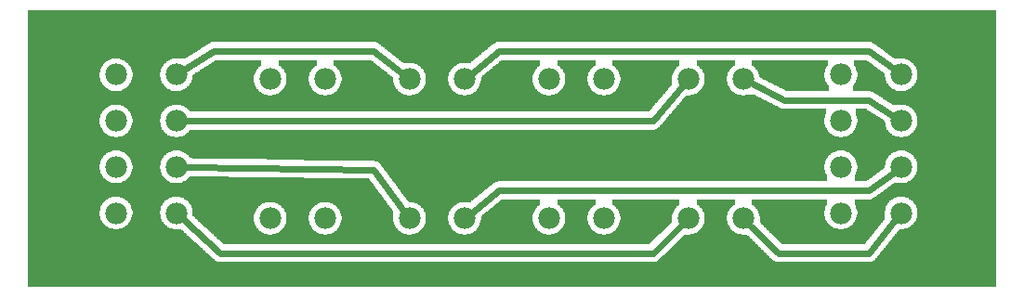
<source format=gbl>
G04 MADE WITH FRITZING*
G04 WWW.FRITZING.ORG*
G04 DOUBLE SIDED*
G04 HOLES PLATED*
G04 CONTOUR ON CENTER OF CONTOUR VECTOR*
%ASAXBY*%
%FSLAX23Y23*%
%MOIN*%
%OFA0B0*%
%SFA1.0B1.0*%
%ADD10C,0.075000*%
%ADD11C,0.077559*%
%ADD12C,0.110236*%
%ADD13C,0.024000*%
%LNCOPPER0*%
G90*
G70*
G54D10*
X2763Y802D03*
X3105Y963D03*
G54D11*
X357Y802D03*
X573Y802D03*
X357Y636D03*
X573Y636D03*
X357Y471D03*
X573Y471D03*
X357Y305D03*
X573Y305D03*
X2957Y802D03*
X3173Y802D03*
X2957Y636D03*
X3173Y636D03*
X2957Y471D03*
X3173Y471D03*
X2957Y305D03*
X3173Y305D03*
X2607Y286D03*
X2410Y286D03*
X2607Y786D03*
X2410Y786D03*
X2107Y286D03*
X1910Y286D03*
X2107Y786D03*
X1910Y786D03*
X1607Y286D03*
X1410Y286D03*
X1607Y786D03*
X1410Y786D03*
X1107Y286D03*
X910Y286D03*
X1107Y786D03*
X910Y786D03*
G54D12*
X3432Y111D03*
X107Y111D03*
X3432Y961D03*
X107Y961D03*
G54D13*
X1280Y888D02*
X708Y888D01*
D02*
X708Y888D02*
X602Y820D01*
D02*
X1386Y805D02*
X1280Y888D01*
D02*
X1730Y888D02*
X1630Y805D01*
D02*
X3057Y888D02*
X1730Y888D01*
D02*
X3146Y822D02*
X3057Y888D01*
D02*
X2390Y763D02*
X2283Y637D01*
D02*
X2283Y637D02*
X607Y636D01*
D02*
X3057Y711D02*
X2755Y711D01*
D02*
X2755Y711D02*
X2634Y773D01*
D02*
X3145Y655D02*
X3057Y711D01*
D02*
X1280Y460D02*
X607Y470D01*
D02*
X1392Y310D02*
X1280Y460D01*
D02*
X1730Y386D02*
X1630Y305D01*
D02*
X3057Y386D02*
X1730Y386D01*
D02*
X3146Y451D02*
X3057Y386D01*
D02*
X731Y161D02*
X598Y282D01*
D02*
X2283Y161D02*
X731Y161D01*
D02*
X2388Y265D02*
X2283Y161D01*
D02*
X3057Y161D02*
X2733Y161D01*
D02*
X2733Y161D02*
X2628Y265D01*
D02*
X3152Y279D02*
X3057Y161D01*
G36*
X2638Y855D02*
X2638Y835D01*
X2640Y835D01*
X2640Y833D01*
X2644Y833D01*
X2644Y831D01*
X2646Y831D01*
X2646Y829D01*
X2648Y829D01*
X2648Y827D01*
X2650Y827D01*
X2650Y825D01*
X2652Y825D01*
X2652Y821D01*
X2654Y821D01*
X2654Y819D01*
X2656Y819D01*
X2656Y817D01*
X2658Y817D01*
X2658Y813D01*
X2660Y813D01*
X2660Y809D01*
X2662Y809D01*
X2662Y803D01*
X2664Y803D01*
X2664Y793D01*
X2666Y793D01*
X2666Y791D01*
X2670Y791D01*
X2670Y789D01*
X2674Y789D01*
X2674Y787D01*
X2678Y787D01*
X2678Y785D01*
X2682Y785D01*
X2682Y783D01*
X2686Y783D01*
X2686Y781D01*
X2690Y781D01*
X2690Y779D01*
X2694Y779D01*
X2694Y777D01*
X2698Y777D01*
X2698Y775D01*
X2702Y775D01*
X2702Y773D01*
X2706Y773D01*
X2706Y771D01*
X2710Y771D01*
X2710Y769D01*
X2714Y769D01*
X2714Y767D01*
X2718Y767D01*
X2718Y765D01*
X2722Y765D01*
X2722Y763D01*
X2726Y763D01*
X2726Y761D01*
X2730Y761D01*
X2730Y759D01*
X2734Y759D01*
X2734Y757D01*
X2738Y757D01*
X2738Y755D01*
X2742Y755D01*
X2742Y753D01*
X2746Y753D01*
X2746Y751D01*
X2750Y751D01*
X2750Y749D01*
X2754Y749D01*
X2754Y747D01*
X2756Y747D01*
X2756Y745D01*
X2760Y745D01*
X2760Y743D01*
X2914Y743D01*
X2914Y763D01*
X2912Y763D01*
X2912Y765D01*
X2910Y765D01*
X2910Y767D01*
X2908Y767D01*
X2908Y771D01*
X2906Y771D01*
X2906Y773D01*
X2904Y773D01*
X2904Y777D01*
X2902Y777D01*
X2902Y783D01*
X2900Y783D01*
X2900Y791D01*
X2898Y791D01*
X2898Y811D01*
X2900Y811D01*
X2900Y821D01*
X2902Y821D01*
X2902Y825D01*
X2904Y825D01*
X2904Y829D01*
X2906Y829D01*
X2906Y833D01*
X2908Y833D01*
X2908Y835D01*
X2910Y835D01*
X2910Y855D01*
X2638Y855D01*
G37*
D02*
G36*
X40Y1035D02*
X40Y919D01*
X3068Y919D01*
X3068Y917D01*
X3072Y917D01*
X3072Y915D01*
X3076Y915D01*
X3076Y913D01*
X3078Y913D01*
X3078Y911D01*
X3082Y911D01*
X3082Y909D01*
X3084Y909D01*
X3084Y907D01*
X3086Y907D01*
X3086Y905D01*
X3090Y905D01*
X3090Y903D01*
X3092Y903D01*
X3092Y901D01*
X3094Y901D01*
X3094Y899D01*
X3098Y899D01*
X3098Y897D01*
X3100Y897D01*
X3100Y895D01*
X3102Y895D01*
X3102Y893D01*
X3106Y893D01*
X3106Y891D01*
X3108Y891D01*
X3108Y889D01*
X3110Y889D01*
X3110Y887D01*
X3114Y887D01*
X3114Y885D01*
X3116Y885D01*
X3116Y883D01*
X3118Y883D01*
X3118Y881D01*
X3122Y881D01*
X3122Y879D01*
X3124Y879D01*
X3124Y877D01*
X3126Y877D01*
X3126Y875D01*
X3130Y875D01*
X3130Y873D01*
X3132Y873D01*
X3132Y871D01*
X3134Y871D01*
X3134Y869D01*
X3138Y869D01*
X3138Y867D01*
X3140Y867D01*
X3140Y865D01*
X3142Y865D01*
X3142Y863D01*
X3146Y863D01*
X3146Y861D01*
X3178Y861D01*
X3178Y859D01*
X3188Y859D01*
X3188Y857D01*
X3196Y857D01*
X3196Y855D01*
X3200Y855D01*
X3200Y853D01*
X3204Y853D01*
X3204Y851D01*
X3206Y851D01*
X3206Y849D01*
X3208Y849D01*
X3208Y847D01*
X3212Y847D01*
X3212Y845D01*
X3214Y845D01*
X3214Y843D01*
X3216Y843D01*
X3216Y841D01*
X3218Y841D01*
X3218Y837D01*
X3220Y837D01*
X3220Y835D01*
X3222Y835D01*
X3222Y833D01*
X3224Y833D01*
X3224Y829D01*
X3226Y829D01*
X3226Y825D01*
X3228Y825D01*
X3228Y819D01*
X3230Y819D01*
X3230Y811D01*
X3232Y811D01*
X3232Y791D01*
X3230Y791D01*
X3230Y783D01*
X3228Y783D01*
X3228Y777D01*
X3226Y777D01*
X3226Y773D01*
X3224Y773D01*
X3224Y771D01*
X3222Y771D01*
X3222Y767D01*
X3220Y767D01*
X3220Y765D01*
X3218Y765D01*
X3218Y763D01*
X3216Y763D01*
X3216Y761D01*
X3214Y761D01*
X3214Y759D01*
X3212Y759D01*
X3212Y757D01*
X3210Y757D01*
X3210Y755D01*
X3208Y755D01*
X3208Y753D01*
X3204Y753D01*
X3204Y751D01*
X3202Y751D01*
X3202Y749D01*
X3198Y749D01*
X3198Y747D01*
X3192Y747D01*
X3192Y745D01*
X3184Y745D01*
X3184Y743D01*
X3514Y743D01*
X3514Y1035D01*
X40Y1035D01*
G37*
D02*
G36*
X40Y919D02*
X40Y861D01*
X578Y861D01*
X578Y859D01*
X606Y859D01*
X606Y861D01*
X608Y861D01*
X608Y863D01*
X612Y863D01*
X612Y865D01*
X614Y865D01*
X614Y867D01*
X618Y867D01*
X618Y869D01*
X622Y869D01*
X622Y871D01*
X624Y871D01*
X624Y873D01*
X628Y873D01*
X628Y875D01*
X630Y875D01*
X630Y877D01*
X634Y877D01*
X634Y879D01*
X636Y879D01*
X636Y881D01*
X640Y881D01*
X640Y883D01*
X642Y883D01*
X642Y885D01*
X646Y885D01*
X646Y887D01*
X650Y887D01*
X650Y889D01*
X652Y889D01*
X652Y891D01*
X656Y891D01*
X656Y893D01*
X658Y893D01*
X658Y895D01*
X662Y895D01*
X662Y897D01*
X664Y897D01*
X664Y899D01*
X668Y899D01*
X668Y901D01*
X672Y901D01*
X672Y903D01*
X674Y903D01*
X674Y905D01*
X678Y905D01*
X678Y907D01*
X680Y907D01*
X680Y909D01*
X684Y909D01*
X684Y911D01*
X686Y911D01*
X686Y913D01*
X690Y913D01*
X690Y915D01*
X694Y915D01*
X694Y917D01*
X698Y917D01*
X698Y919D01*
X40Y919D01*
G37*
D02*
G36*
X1290Y919D02*
X1290Y917D01*
X1296Y917D01*
X1296Y915D01*
X1298Y915D01*
X1298Y913D01*
X1302Y913D01*
X1302Y911D01*
X1304Y911D01*
X1304Y909D01*
X1306Y909D01*
X1306Y907D01*
X1308Y907D01*
X1308Y905D01*
X1312Y905D01*
X1312Y903D01*
X1314Y903D01*
X1314Y901D01*
X1316Y901D01*
X1316Y899D01*
X1320Y899D01*
X1320Y897D01*
X1322Y897D01*
X1322Y895D01*
X1324Y895D01*
X1324Y893D01*
X1326Y893D01*
X1326Y891D01*
X1330Y891D01*
X1330Y889D01*
X1332Y889D01*
X1332Y887D01*
X1334Y887D01*
X1334Y885D01*
X1336Y885D01*
X1336Y883D01*
X1340Y883D01*
X1340Y881D01*
X1342Y881D01*
X1342Y879D01*
X1344Y879D01*
X1344Y877D01*
X1348Y877D01*
X1348Y875D01*
X1350Y875D01*
X1350Y873D01*
X1352Y873D01*
X1352Y871D01*
X1354Y871D01*
X1354Y869D01*
X1358Y869D01*
X1358Y867D01*
X1360Y867D01*
X1360Y865D01*
X1362Y865D01*
X1362Y863D01*
X1364Y863D01*
X1364Y861D01*
X1368Y861D01*
X1368Y859D01*
X1370Y859D01*
X1370Y857D01*
X1372Y857D01*
X1372Y855D01*
X1376Y855D01*
X1376Y853D01*
X1378Y853D01*
X1378Y851D01*
X1380Y851D01*
X1380Y849D01*
X1382Y849D01*
X1382Y847D01*
X1386Y847D01*
X1386Y845D01*
X1420Y845D01*
X1420Y843D01*
X1428Y843D01*
X1428Y841D01*
X1434Y841D01*
X1434Y839D01*
X1438Y839D01*
X1438Y837D01*
X1440Y837D01*
X1440Y835D01*
X1444Y835D01*
X1444Y833D01*
X1446Y833D01*
X1446Y831D01*
X1448Y831D01*
X1448Y829D01*
X1452Y829D01*
X1452Y825D01*
X1454Y825D01*
X1454Y823D01*
X1456Y823D01*
X1456Y821D01*
X1458Y821D01*
X1458Y819D01*
X1460Y819D01*
X1460Y815D01*
X1462Y815D01*
X1462Y811D01*
X1464Y811D01*
X1464Y807D01*
X1466Y807D01*
X1466Y799D01*
X1468Y799D01*
X1468Y773D01*
X1466Y773D01*
X1466Y767D01*
X1464Y767D01*
X1464Y761D01*
X1462Y761D01*
X1462Y757D01*
X1460Y757D01*
X1460Y755D01*
X1458Y755D01*
X1458Y751D01*
X1456Y751D01*
X1456Y749D01*
X1454Y749D01*
X1454Y747D01*
X1452Y747D01*
X1452Y745D01*
X1450Y745D01*
X1450Y743D01*
X1448Y743D01*
X1448Y741D01*
X1446Y741D01*
X1446Y739D01*
X1444Y739D01*
X1444Y737D01*
X1440Y737D01*
X1440Y735D01*
X1436Y735D01*
X1436Y733D01*
X1432Y733D01*
X1432Y731D01*
X1426Y731D01*
X1426Y729D01*
X1416Y729D01*
X1416Y727D01*
X1600Y727D01*
X1600Y729D01*
X1590Y729D01*
X1590Y731D01*
X1584Y731D01*
X1584Y733D01*
X1580Y733D01*
X1580Y735D01*
X1576Y735D01*
X1576Y737D01*
X1574Y737D01*
X1574Y739D01*
X1570Y739D01*
X1570Y741D01*
X1568Y741D01*
X1568Y743D01*
X1566Y743D01*
X1566Y745D01*
X1564Y745D01*
X1564Y747D01*
X1562Y747D01*
X1562Y749D01*
X1560Y749D01*
X1560Y753D01*
X1558Y753D01*
X1558Y755D01*
X1556Y755D01*
X1556Y759D01*
X1554Y759D01*
X1554Y763D01*
X1552Y763D01*
X1552Y767D01*
X1550Y767D01*
X1550Y777D01*
X1548Y777D01*
X1548Y797D01*
X1550Y797D01*
X1550Y805D01*
X1552Y805D01*
X1552Y809D01*
X1554Y809D01*
X1554Y813D01*
X1556Y813D01*
X1556Y817D01*
X1558Y817D01*
X1558Y821D01*
X1560Y821D01*
X1560Y823D01*
X1562Y823D01*
X1562Y825D01*
X1564Y825D01*
X1564Y827D01*
X1566Y827D01*
X1566Y829D01*
X1568Y829D01*
X1568Y831D01*
X1570Y831D01*
X1570Y833D01*
X1572Y833D01*
X1572Y835D01*
X1576Y835D01*
X1576Y837D01*
X1580Y837D01*
X1580Y839D01*
X1584Y839D01*
X1584Y841D01*
X1588Y841D01*
X1588Y843D01*
X1598Y843D01*
X1598Y845D01*
X1630Y845D01*
X1630Y847D01*
X1632Y847D01*
X1632Y849D01*
X1634Y849D01*
X1634Y851D01*
X1636Y851D01*
X1636Y853D01*
X1638Y853D01*
X1638Y855D01*
X1642Y855D01*
X1642Y857D01*
X1644Y857D01*
X1644Y859D01*
X1646Y859D01*
X1646Y861D01*
X1648Y861D01*
X1648Y863D01*
X1650Y863D01*
X1650Y865D01*
X1654Y865D01*
X1654Y867D01*
X1656Y867D01*
X1656Y869D01*
X1658Y869D01*
X1658Y871D01*
X1660Y871D01*
X1660Y873D01*
X1664Y873D01*
X1664Y875D01*
X1666Y875D01*
X1666Y877D01*
X1668Y877D01*
X1668Y879D01*
X1670Y879D01*
X1670Y881D01*
X1672Y881D01*
X1672Y883D01*
X1676Y883D01*
X1676Y885D01*
X1678Y885D01*
X1678Y887D01*
X1680Y887D01*
X1680Y889D01*
X1682Y889D01*
X1682Y891D01*
X1686Y891D01*
X1686Y893D01*
X1688Y893D01*
X1688Y895D01*
X1690Y895D01*
X1690Y897D01*
X1692Y897D01*
X1692Y899D01*
X1694Y899D01*
X1694Y901D01*
X1698Y901D01*
X1698Y903D01*
X1700Y903D01*
X1700Y905D01*
X1702Y905D01*
X1702Y907D01*
X1704Y907D01*
X1704Y909D01*
X1706Y909D01*
X1706Y911D01*
X1710Y911D01*
X1710Y913D01*
X1712Y913D01*
X1712Y915D01*
X1716Y915D01*
X1716Y917D01*
X1720Y917D01*
X1720Y919D01*
X1290Y919D01*
G37*
D02*
G36*
X40Y861D02*
X40Y743D01*
X346Y743D01*
X346Y745D01*
X338Y745D01*
X338Y747D01*
X332Y747D01*
X332Y749D01*
X328Y749D01*
X328Y751D01*
X326Y751D01*
X326Y753D01*
X322Y753D01*
X322Y755D01*
X320Y755D01*
X320Y757D01*
X318Y757D01*
X318Y759D01*
X316Y759D01*
X316Y761D01*
X314Y761D01*
X314Y763D01*
X312Y763D01*
X312Y765D01*
X310Y765D01*
X310Y767D01*
X308Y767D01*
X308Y771D01*
X306Y771D01*
X306Y773D01*
X304Y773D01*
X304Y777D01*
X302Y777D01*
X302Y783D01*
X300Y783D01*
X300Y791D01*
X298Y791D01*
X298Y811D01*
X300Y811D01*
X300Y821D01*
X302Y821D01*
X302Y825D01*
X304Y825D01*
X304Y829D01*
X306Y829D01*
X306Y833D01*
X308Y833D01*
X308Y835D01*
X310Y835D01*
X310Y837D01*
X312Y837D01*
X312Y841D01*
X314Y841D01*
X314Y843D01*
X316Y843D01*
X316Y845D01*
X318Y845D01*
X318Y847D01*
X322Y847D01*
X322Y849D01*
X324Y849D01*
X324Y851D01*
X326Y851D01*
X326Y853D01*
X330Y853D01*
X330Y855D01*
X334Y855D01*
X334Y857D01*
X340Y857D01*
X340Y859D01*
X352Y859D01*
X352Y861D01*
X40Y861D01*
G37*
D02*
G36*
X362Y861D02*
X362Y859D01*
X372Y859D01*
X372Y857D01*
X378Y857D01*
X378Y855D01*
X382Y855D01*
X382Y853D01*
X386Y853D01*
X386Y851D01*
X390Y851D01*
X390Y849D01*
X392Y849D01*
X392Y847D01*
X394Y847D01*
X394Y845D01*
X398Y845D01*
X398Y843D01*
X400Y843D01*
X400Y839D01*
X402Y839D01*
X402Y837D01*
X404Y837D01*
X404Y835D01*
X406Y835D01*
X406Y831D01*
X408Y831D01*
X408Y829D01*
X410Y829D01*
X410Y823D01*
X412Y823D01*
X412Y819D01*
X414Y819D01*
X414Y809D01*
X416Y809D01*
X416Y795D01*
X414Y795D01*
X414Y785D01*
X412Y785D01*
X412Y779D01*
X410Y779D01*
X410Y775D01*
X408Y775D01*
X408Y771D01*
X406Y771D01*
X406Y769D01*
X404Y769D01*
X404Y765D01*
X402Y765D01*
X402Y763D01*
X400Y763D01*
X400Y761D01*
X398Y761D01*
X398Y759D01*
X396Y759D01*
X396Y757D01*
X394Y757D01*
X394Y755D01*
X390Y755D01*
X390Y753D01*
X388Y753D01*
X388Y751D01*
X384Y751D01*
X384Y749D01*
X380Y749D01*
X380Y747D01*
X376Y747D01*
X376Y745D01*
X368Y745D01*
X368Y743D01*
X562Y743D01*
X562Y745D01*
X554Y745D01*
X554Y747D01*
X550Y747D01*
X550Y749D01*
X546Y749D01*
X546Y751D01*
X542Y751D01*
X542Y753D01*
X540Y753D01*
X540Y755D01*
X536Y755D01*
X536Y757D01*
X534Y757D01*
X534Y759D01*
X532Y759D01*
X532Y761D01*
X530Y761D01*
X530Y763D01*
X528Y763D01*
X528Y765D01*
X526Y765D01*
X526Y769D01*
X524Y769D01*
X524Y771D01*
X522Y771D01*
X522Y775D01*
X520Y775D01*
X520Y779D01*
X518Y779D01*
X518Y785D01*
X516Y785D01*
X516Y795D01*
X514Y795D01*
X514Y809D01*
X516Y809D01*
X516Y819D01*
X518Y819D01*
X518Y825D01*
X520Y825D01*
X520Y829D01*
X522Y829D01*
X522Y831D01*
X524Y831D01*
X524Y835D01*
X526Y835D01*
X526Y837D01*
X528Y837D01*
X528Y839D01*
X530Y839D01*
X530Y843D01*
X532Y843D01*
X532Y845D01*
X536Y845D01*
X536Y847D01*
X538Y847D01*
X538Y849D01*
X540Y849D01*
X540Y851D01*
X544Y851D01*
X544Y853D01*
X546Y853D01*
X546Y855D01*
X552Y855D01*
X552Y857D01*
X558Y857D01*
X558Y859D01*
X568Y859D01*
X568Y861D01*
X362Y861D01*
G37*
D02*
G36*
X3148Y861D02*
X3148Y859D01*
X3168Y859D01*
X3168Y861D01*
X3148Y861D01*
G37*
D02*
G36*
X714Y855D02*
X714Y853D01*
X712Y853D01*
X712Y851D01*
X708Y851D01*
X708Y849D01*
X706Y849D01*
X706Y847D01*
X702Y847D01*
X702Y845D01*
X700Y845D01*
X700Y843D01*
X696Y843D01*
X696Y841D01*
X694Y841D01*
X694Y839D01*
X690Y839D01*
X690Y837D01*
X686Y837D01*
X686Y835D01*
X684Y835D01*
X684Y833D01*
X680Y833D01*
X680Y831D01*
X678Y831D01*
X678Y829D01*
X674Y829D01*
X674Y827D01*
X672Y827D01*
X672Y825D01*
X668Y825D01*
X668Y823D01*
X664Y823D01*
X664Y821D01*
X662Y821D01*
X662Y819D01*
X658Y819D01*
X658Y817D01*
X656Y817D01*
X656Y815D01*
X652Y815D01*
X652Y813D01*
X650Y813D01*
X650Y811D01*
X646Y811D01*
X646Y809D01*
X642Y809D01*
X642Y807D01*
X640Y807D01*
X640Y805D01*
X636Y805D01*
X636Y803D01*
X634Y803D01*
X634Y801D01*
X632Y801D01*
X632Y791D01*
X630Y791D01*
X630Y783D01*
X628Y783D01*
X628Y777D01*
X626Y777D01*
X626Y773D01*
X624Y773D01*
X624Y771D01*
X622Y771D01*
X622Y767D01*
X620Y767D01*
X620Y765D01*
X618Y765D01*
X618Y763D01*
X616Y763D01*
X616Y761D01*
X614Y761D01*
X614Y759D01*
X612Y759D01*
X612Y757D01*
X610Y757D01*
X610Y755D01*
X608Y755D01*
X608Y753D01*
X604Y753D01*
X604Y751D01*
X602Y751D01*
X602Y749D01*
X598Y749D01*
X598Y747D01*
X592Y747D01*
X592Y745D01*
X584Y745D01*
X584Y743D01*
X870Y743D01*
X870Y745D01*
X868Y745D01*
X868Y747D01*
X866Y747D01*
X866Y749D01*
X864Y749D01*
X864Y751D01*
X862Y751D01*
X862Y753D01*
X860Y753D01*
X860Y757D01*
X858Y757D01*
X858Y761D01*
X856Y761D01*
X856Y765D01*
X854Y765D01*
X854Y773D01*
X852Y773D01*
X852Y801D01*
X854Y801D01*
X854Y807D01*
X856Y807D01*
X856Y811D01*
X858Y811D01*
X858Y815D01*
X860Y815D01*
X860Y819D01*
X862Y819D01*
X862Y821D01*
X864Y821D01*
X864Y823D01*
X866Y823D01*
X866Y827D01*
X868Y827D01*
X868Y829D01*
X872Y829D01*
X872Y831D01*
X874Y831D01*
X874Y833D01*
X876Y833D01*
X876Y835D01*
X878Y835D01*
X878Y855D01*
X714Y855D01*
G37*
D02*
G36*
X940Y855D02*
X940Y835D01*
X944Y835D01*
X944Y833D01*
X946Y833D01*
X946Y831D01*
X948Y831D01*
X948Y829D01*
X952Y829D01*
X952Y825D01*
X954Y825D01*
X954Y823D01*
X956Y823D01*
X956Y821D01*
X958Y821D01*
X958Y819D01*
X960Y819D01*
X960Y815D01*
X962Y815D01*
X962Y811D01*
X964Y811D01*
X964Y807D01*
X966Y807D01*
X966Y799D01*
X968Y799D01*
X968Y773D01*
X966Y773D01*
X966Y767D01*
X964Y767D01*
X964Y761D01*
X962Y761D01*
X962Y757D01*
X960Y757D01*
X960Y755D01*
X958Y755D01*
X958Y751D01*
X956Y751D01*
X956Y749D01*
X954Y749D01*
X954Y747D01*
X952Y747D01*
X952Y745D01*
X950Y745D01*
X950Y743D01*
X948Y743D01*
X948Y741D01*
X946Y741D01*
X946Y739D01*
X944Y739D01*
X944Y737D01*
X940Y737D01*
X940Y735D01*
X936Y735D01*
X936Y733D01*
X932Y733D01*
X932Y731D01*
X926Y731D01*
X926Y729D01*
X916Y729D01*
X916Y727D01*
X1100Y727D01*
X1100Y729D01*
X1090Y729D01*
X1090Y731D01*
X1084Y731D01*
X1084Y733D01*
X1080Y733D01*
X1080Y735D01*
X1076Y735D01*
X1076Y737D01*
X1074Y737D01*
X1074Y739D01*
X1070Y739D01*
X1070Y741D01*
X1068Y741D01*
X1068Y743D01*
X1066Y743D01*
X1066Y745D01*
X1064Y745D01*
X1064Y747D01*
X1062Y747D01*
X1062Y749D01*
X1060Y749D01*
X1060Y753D01*
X1058Y753D01*
X1058Y755D01*
X1056Y755D01*
X1056Y759D01*
X1054Y759D01*
X1054Y763D01*
X1052Y763D01*
X1052Y767D01*
X1050Y767D01*
X1050Y777D01*
X1048Y777D01*
X1048Y797D01*
X1050Y797D01*
X1050Y805D01*
X1052Y805D01*
X1052Y809D01*
X1054Y809D01*
X1054Y813D01*
X1056Y813D01*
X1056Y817D01*
X1058Y817D01*
X1058Y821D01*
X1060Y821D01*
X1060Y823D01*
X1062Y823D01*
X1062Y825D01*
X1064Y825D01*
X1064Y827D01*
X1066Y827D01*
X1066Y829D01*
X1068Y829D01*
X1068Y831D01*
X1070Y831D01*
X1070Y833D01*
X1072Y833D01*
X1072Y835D01*
X1076Y835D01*
X1076Y855D01*
X940Y855D01*
G37*
D02*
G36*
X1138Y855D02*
X1138Y835D01*
X1140Y835D01*
X1140Y833D01*
X1144Y833D01*
X1144Y831D01*
X1146Y831D01*
X1146Y829D01*
X1148Y829D01*
X1148Y827D01*
X1150Y827D01*
X1150Y825D01*
X1152Y825D01*
X1152Y821D01*
X1154Y821D01*
X1154Y819D01*
X1156Y819D01*
X1156Y817D01*
X1158Y817D01*
X1158Y813D01*
X1160Y813D01*
X1160Y809D01*
X1162Y809D01*
X1162Y803D01*
X1164Y803D01*
X1164Y793D01*
X1166Y793D01*
X1166Y779D01*
X1164Y779D01*
X1164Y769D01*
X1162Y769D01*
X1162Y763D01*
X1160Y763D01*
X1160Y759D01*
X1158Y759D01*
X1158Y757D01*
X1156Y757D01*
X1156Y753D01*
X1154Y753D01*
X1154Y751D01*
X1152Y751D01*
X1152Y749D01*
X1150Y749D01*
X1150Y745D01*
X1148Y745D01*
X1148Y743D01*
X1146Y743D01*
X1146Y741D01*
X1142Y741D01*
X1142Y739D01*
X1140Y739D01*
X1140Y737D01*
X1136Y737D01*
X1136Y735D01*
X1134Y735D01*
X1134Y733D01*
X1130Y733D01*
X1130Y731D01*
X1124Y731D01*
X1124Y729D01*
X1114Y729D01*
X1114Y727D01*
X1402Y727D01*
X1402Y729D01*
X1392Y729D01*
X1392Y731D01*
X1388Y731D01*
X1388Y733D01*
X1384Y733D01*
X1384Y735D01*
X1380Y735D01*
X1380Y737D01*
X1376Y737D01*
X1376Y739D01*
X1374Y739D01*
X1374Y741D01*
X1372Y741D01*
X1372Y743D01*
X1370Y743D01*
X1370Y745D01*
X1368Y745D01*
X1368Y747D01*
X1366Y747D01*
X1366Y749D01*
X1364Y749D01*
X1364Y751D01*
X1362Y751D01*
X1362Y753D01*
X1360Y753D01*
X1360Y757D01*
X1358Y757D01*
X1358Y761D01*
X1356Y761D01*
X1356Y765D01*
X1354Y765D01*
X1354Y773D01*
X1352Y773D01*
X1352Y791D01*
X1350Y791D01*
X1350Y793D01*
X1348Y793D01*
X1348Y795D01*
X1346Y795D01*
X1346Y797D01*
X1342Y797D01*
X1342Y799D01*
X1340Y799D01*
X1340Y801D01*
X1338Y801D01*
X1338Y803D01*
X1336Y803D01*
X1336Y805D01*
X1332Y805D01*
X1332Y807D01*
X1330Y807D01*
X1330Y809D01*
X1328Y809D01*
X1328Y811D01*
X1326Y811D01*
X1326Y813D01*
X1322Y813D01*
X1322Y815D01*
X1320Y815D01*
X1320Y817D01*
X1318Y817D01*
X1318Y819D01*
X1314Y819D01*
X1314Y821D01*
X1312Y821D01*
X1312Y823D01*
X1310Y823D01*
X1310Y825D01*
X1308Y825D01*
X1308Y827D01*
X1304Y827D01*
X1304Y829D01*
X1302Y829D01*
X1302Y831D01*
X1300Y831D01*
X1300Y833D01*
X1296Y833D01*
X1296Y835D01*
X1294Y835D01*
X1294Y837D01*
X1292Y837D01*
X1292Y839D01*
X1290Y839D01*
X1290Y841D01*
X1286Y841D01*
X1286Y843D01*
X1284Y843D01*
X1284Y845D01*
X1282Y845D01*
X1282Y847D01*
X1280Y847D01*
X1280Y849D01*
X1276Y849D01*
X1276Y851D01*
X1274Y851D01*
X1274Y853D01*
X1272Y853D01*
X1272Y855D01*
X1138Y855D01*
G37*
D02*
G36*
X1740Y855D02*
X1740Y853D01*
X1738Y853D01*
X1738Y851D01*
X1734Y851D01*
X1734Y849D01*
X1732Y849D01*
X1732Y847D01*
X1730Y847D01*
X1730Y845D01*
X1728Y845D01*
X1728Y843D01*
X1726Y843D01*
X1726Y841D01*
X1722Y841D01*
X1722Y839D01*
X1720Y839D01*
X1720Y837D01*
X1718Y837D01*
X1718Y835D01*
X1716Y835D01*
X1716Y833D01*
X1712Y833D01*
X1712Y831D01*
X1710Y831D01*
X1710Y829D01*
X1708Y829D01*
X1708Y827D01*
X1706Y827D01*
X1706Y825D01*
X1704Y825D01*
X1704Y823D01*
X1700Y823D01*
X1700Y821D01*
X1698Y821D01*
X1698Y819D01*
X1696Y819D01*
X1696Y817D01*
X1694Y817D01*
X1694Y815D01*
X1690Y815D01*
X1690Y813D01*
X1688Y813D01*
X1688Y811D01*
X1686Y811D01*
X1686Y809D01*
X1684Y809D01*
X1684Y807D01*
X1682Y807D01*
X1682Y805D01*
X1678Y805D01*
X1678Y803D01*
X1676Y803D01*
X1676Y801D01*
X1674Y801D01*
X1674Y799D01*
X1672Y799D01*
X1672Y797D01*
X1670Y797D01*
X1670Y795D01*
X1666Y795D01*
X1666Y779D01*
X1664Y779D01*
X1664Y769D01*
X1662Y769D01*
X1662Y763D01*
X1660Y763D01*
X1660Y759D01*
X1658Y759D01*
X1658Y757D01*
X1656Y757D01*
X1656Y753D01*
X1654Y753D01*
X1654Y751D01*
X1652Y751D01*
X1652Y749D01*
X1650Y749D01*
X1650Y745D01*
X1648Y745D01*
X1648Y743D01*
X1646Y743D01*
X1646Y741D01*
X1642Y741D01*
X1642Y739D01*
X1640Y739D01*
X1640Y737D01*
X1636Y737D01*
X1636Y735D01*
X1634Y735D01*
X1634Y733D01*
X1630Y733D01*
X1630Y731D01*
X1624Y731D01*
X1624Y729D01*
X1614Y729D01*
X1614Y727D01*
X1902Y727D01*
X1902Y729D01*
X1892Y729D01*
X1892Y731D01*
X1888Y731D01*
X1888Y733D01*
X1884Y733D01*
X1884Y735D01*
X1880Y735D01*
X1880Y737D01*
X1876Y737D01*
X1876Y739D01*
X1874Y739D01*
X1874Y741D01*
X1872Y741D01*
X1872Y743D01*
X1870Y743D01*
X1870Y745D01*
X1868Y745D01*
X1868Y747D01*
X1866Y747D01*
X1866Y749D01*
X1864Y749D01*
X1864Y751D01*
X1862Y751D01*
X1862Y753D01*
X1860Y753D01*
X1860Y757D01*
X1858Y757D01*
X1858Y761D01*
X1856Y761D01*
X1856Y765D01*
X1854Y765D01*
X1854Y773D01*
X1852Y773D01*
X1852Y801D01*
X1854Y801D01*
X1854Y807D01*
X1856Y807D01*
X1856Y811D01*
X1858Y811D01*
X1858Y815D01*
X1860Y815D01*
X1860Y819D01*
X1862Y819D01*
X1862Y821D01*
X1864Y821D01*
X1864Y823D01*
X1866Y823D01*
X1866Y827D01*
X1868Y827D01*
X1868Y829D01*
X1872Y829D01*
X1872Y831D01*
X1874Y831D01*
X1874Y833D01*
X1876Y833D01*
X1876Y835D01*
X1878Y835D01*
X1878Y855D01*
X1740Y855D01*
G37*
D02*
G36*
X1940Y855D02*
X1940Y835D01*
X1944Y835D01*
X1944Y833D01*
X1946Y833D01*
X1946Y831D01*
X1948Y831D01*
X1948Y829D01*
X1952Y829D01*
X1952Y825D01*
X1954Y825D01*
X1954Y823D01*
X1956Y823D01*
X1956Y821D01*
X1958Y821D01*
X1958Y819D01*
X1960Y819D01*
X1960Y815D01*
X1962Y815D01*
X1962Y811D01*
X1964Y811D01*
X1964Y807D01*
X1966Y807D01*
X1966Y799D01*
X1968Y799D01*
X1968Y773D01*
X1966Y773D01*
X1966Y767D01*
X1964Y767D01*
X1964Y761D01*
X1962Y761D01*
X1962Y757D01*
X1960Y757D01*
X1960Y755D01*
X1958Y755D01*
X1958Y751D01*
X1956Y751D01*
X1956Y749D01*
X1954Y749D01*
X1954Y747D01*
X1952Y747D01*
X1952Y745D01*
X1950Y745D01*
X1950Y743D01*
X1948Y743D01*
X1948Y741D01*
X1946Y741D01*
X1946Y739D01*
X1944Y739D01*
X1944Y737D01*
X1940Y737D01*
X1940Y735D01*
X1936Y735D01*
X1936Y733D01*
X1932Y733D01*
X1932Y731D01*
X1926Y731D01*
X1926Y729D01*
X1916Y729D01*
X1916Y727D01*
X2100Y727D01*
X2100Y729D01*
X2090Y729D01*
X2090Y731D01*
X2084Y731D01*
X2084Y733D01*
X2080Y733D01*
X2080Y735D01*
X2076Y735D01*
X2076Y737D01*
X2074Y737D01*
X2074Y739D01*
X2070Y739D01*
X2070Y741D01*
X2068Y741D01*
X2068Y743D01*
X2066Y743D01*
X2066Y745D01*
X2064Y745D01*
X2064Y747D01*
X2062Y747D01*
X2062Y749D01*
X2060Y749D01*
X2060Y753D01*
X2058Y753D01*
X2058Y755D01*
X2056Y755D01*
X2056Y759D01*
X2054Y759D01*
X2054Y763D01*
X2052Y763D01*
X2052Y767D01*
X2050Y767D01*
X2050Y777D01*
X2048Y777D01*
X2048Y797D01*
X2050Y797D01*
X2050Y805D01*
X2052Y805D01*
X2052Y809D01*
X2054Y809D01*
X2054Y813D01*
X2056Y813D01*
X2056Y817D01*
X2058Y817D01*
X2058Y821D01*
X2060Y821D01*
X2060Y823D01*
X2062Y823D01*
X2062Y825D01*
X2064Y825D01*
X2064Y827D01*
X2066Y827D01*
X2066Y829D01*
X2068Y829D01*
X2068Y831D01*
X2070Y831D01*
X2070Y833D01*
X2072Y833D01*
X2072Y835D01*
X2076Y835D01*
X2076Y855D01*
X1940Y855D01*
G37*
D02*
G36*
X2138Y855D02*
X2138Y835D01*
X2140Y835D01*
X2140Y833D01*
X2144Y833D01*
X2144Y831D01*
X2146Y831D01*
X2146Y829D01*
X2148Y829D01*
X2148Y827D01*
X2150Y827D01*
X2150Y825D01*
X2152Y825D01*
X2152Y821D01*
X2154Y821D01*
X2154Y819D01*
X2156Y819D01*
X2156Y817D01*
X2158Y817D01*
X2158Y813D01*
X2160Y813D01*
X2160Y809D01*
X2162Y809D01*
X2162Y803D01*
X2164Y803D01*
X2164Y793D01*
X2166Y793D01*
X2166Y779D01*
X2164Y779D01*
X2164Y769D01*
X2162Y769D01*
X2162Y763D01*
X2160Y763D01*
X2160Y759D01*
X2158Y759D01*
X2158Y757D01*
X2156Y757D01*
X2156Y753D01*
X2154Y753D01*
X2154Y751D01*
X2152Y751D01*
X2152Y749D01*
X2150Y749D01*
X2150Y745D01*
X2148Y745D01*
X2148Y743D01*
X2146Y743D01*
X2146Y741D01*
X2142Y741D01*
X2142Y739D01*
X2140Y739D01*
X2140Y737D01*
X2136Y737D01*
X2136Y735D01*
X2134Y735D01*
X2134Y733D01*
X2130Y733D01*
X2130Y731D01*
X2124Y731D01*
X2124Y729D01*
X2114Y729D01*
X2114Y727D01*
X2318Y727D01*
X2318Y729D01*
X2320Y729D01*
X2320Y731D01*
X2322Y731D01*
X2322Y733D01*
X2324Y733D01*
X2324Y735D01*
X2326Y735D01*
X2326Y739D01*
X2328Y739D01*
X2328Y741D01*
X2330Y741D01*
X2330Y743D01*
X2332Y743D01*
X2332Y745D01*
X2334Y745D01*
X2334Y747D01*
X2336Y747D01*
X2336Y749D01*
X2338Y749D01*
X2338Y753D01*
X2340Y753D01*
X2340Y755D01*
X2342Y755D01*
X2342Y757D01*
X2344Y757D01*
X2344Y759D01*
X2346Y759D01*
X2346Y761D01*
X2348Y761D01*
X2348Y765D01*
X2350Y765D01*
X2350Y767D01*
X2352Y767D01*
X2352Y801D01*
X2354Y801D01*
X2354Y807D01*
X2356Y807D01*
X2356Y811D01*
X2358Y811D01*
X2358Y815D01*
X2360Y815D01*
X2360Y819D01*
X2362Y819D01*
X2362Y821D01*
X2364Y821D01*
X2364Y823D01*
X2366Y823D01*
X2366Y827D01*
X2368Y827D01*
X2368Y829D01*
X2372Y829D01*
X2372Y831D01*
X2374Y831D01*
X2374Y833D01*
X2376Y833D01*
X2376Y835D01*
X2378Y835D01*
X2378Y855D01*
X2138Y855D01*
G37*
D02*
G36*
X2440Y855D02*
X2440Y835D01*
X2444Y835D01*
X2444Y833D01*
X2446Y833D01*
X2446Y831D01*
X2448Y831D01*
X2448Y829D01*
X2452Y829D01*
X2452Y825D01*
X2454Y825D01*
X2454Y823D01*
X2456Y823D01*
X2456Y821D01*
X2458Y821D01*
X2458Y819D01*
X2460Y819D01*
X2460Y815D01*
X2462Y815D01*
X2462Y811D01*
X2464Y811D01*
X2464Y807D01*
X2466Y807D01*
X2466Y799D01*
X2468Y799D01*
X2468Y773D01*
X2466Y773D01*
X2466Y767D01*
X2464Y767D01*
X2464Y761D01*
X2462Y761D01*
X2462Y757D01*
X2460Y757D01*
X2460Y755D01*
X2458Y755D01*
X2458Y751D01*
X2456Y751D01*
X2456Y749D01*
X2454Y749D01*
X2454Y747D01*
X2452Y747D01*
X2452Y745D01*
X2450Y745D01*
X2450Y743D01*
X2448Y743D01*
X2448Y741D01*
X2446Y741D01*
X2446Y739D01*
X2444Y739D01*
X2444Y737D01*
X2440Y737D01*
X2440Y735D01*
X2436Y735D01*
X2436Y733D01*
X2432Y733D01*
X2432Y731D01*
X2426Y731D01*
X2426Y729D01*
X2416Y729D01*
X2416Y727D01*
X2600Y727D01*
X2600Y729D01*
X2590Y729D01*
X2590Y731D01*
X2584Y731D01*
X2584Y733D01*
X2580Y733D01*
X2580Y735D01*
X2576Y735D01*
X2576Y737D01*
X2574Y737D01*
X2574Y739D01*
X2570Y739D01*
X2570Y741D01*
X2568Y741D01*
X2568Y743D01*
X2566Y743D01*
X2566Y745D01*
X2564Y745D01*
X2564Y747D01*
X2562Y747D01*
X2562Y749D01*
X2560Y749D01*
X2560Y753D01*
X2558Y753D01*
X2558Y755D01*
X2556Y755D01*
X2556Y759D01*
X2554Y759D01*
X2554Y763D01*
X2552Y763D01*
X2552Y767D01*
X2550Y767D01*
X2550Y777D01*
X2548Y777D01*
X2548Y797D01*
X2550Y797D01*
X2550Y805D01*
X2552Y805D01*
X2552Y809D01*
X2554Y809D01*
X2554Y813D01*
X2556Y813D01*
X2556Y817D01*
X2558Y817D01*
X2558Y821D01*
X2560Y821D01*
X2560Y823D01*
X2562Y823D01*
X2562Y825D01*
X2564Y825D01*
X2564Y827D01*
X2566Y827D01*
X2566Y829D01*
X2568Y829D01*
X2568Y831D01*
X2570Y831D01*
X2570Y833D01*
X2572Y833D01*
X2572Y835D01*
X2576Y835D01*
X2576Y855D01*
X2440Y855D01*
G37*
D02*
G36*
X3004Y855D02*
X3004Y835D01*
X3006Y835D01*
X3006Y831D01*
X3008Y831D01*
X3008Y829D01*
X3010Y829D01*
X3010Y823D01*
X3012Y823D01*
X3012Y817D01*
X3014Y817D01*
X3014Y809D01*
X3016Y809D01*
X3016Y795D01*
X3014Y795D01*
X3014Y785D01*
X3012Y785D01*
X3012Y779D01*
X3010Y779D01*
X3010Y775D01*
X3008Y775D01*
X3008Y771D01*
X3006Y771D01*
X3006Y769D01*
X3004Y769D01*
X3004Y765D01*
X3002Y765D01*
X3002Y763D01*
X3000Y763D01*
X3000Y743D01*
X3162Y743D01*
X3162Y745D01*
X3154Y745D01*
X3154Y747D01*
X3150Y747D01*
X3150Y749D01*
X3146Y749D01*
X3146Y751D01*
X3142Y751D01*
X3142Y753D01*
X3140Y753D01*
X3140Y755D01*
X3136Y755D01*
X3136Y757D01*
X3134Y757D01*
X3134Y759D01*
X3132Y759D01*
X3132Y761D01*
X3130Y761D01*
X3130Y763D01*
X3128Y763D01*
X3128Y765D01*
X3126Y765D01*
X3126Y769D01*
X3124Y769D01*
X3124Y771D01*
X3122Y771D01*
X3122Y775D01*
X3120Y775D01*
X3120Y779D01*
X3118Y779D01*
X3118Y785D01*
X3116Y785D01*
X3116Y795D01*
X3114Y795D01*
X3114Y807D01*
X3110Y807D01*
X3110Y809D01*
X3108Y809D01*
X3108Y811D01*
X3106Y811D01*
X3106Y813D01*
X3102Y813D01*
X3102Y815D01*
X3100Y815D01*
X3100Y817D01*
X3098Y817D01*
X3098Y819D01*
X3094Y819D01*
X3094Y821D01*
X3092Y821D01*
X3092Y823D01*
X3090Y823D01*
X3090Y825D01*
X3086Y825D01*
X3086Y827D01*
X3084Y827D01*
X3084Y829D01*
X3082Y829D01*
X3082Y831D01*
X3078Y831D01*
X3078Y833D01*
X3076Y833D01*
X3076Y835D01*
X3074Y835D01*
X3074Y837D01*
X3070Y837D01*
X3070Y839D01*
X3068Y839D01*
X3068Y841D01*
X3066Y841D01*
X3066Y843D01*
X3062Y843D01*
X3062Y845D01*
X3060Y845D01*
X3060Y847D01*
X3058Y847D01*
X3058Y849D01*
X3054Y849D01*
X3054Y851D01*
X3052Y851D01*
X3052Y853D01*
X3050Y853D01*
X3050Y855D01*
X3004Y855D01*
G37*
D02*
G36*
X40Y743D02*
X40Y741D01*
X872Y741D01*
X872Y743D01*
X40Y743D01*
G37*
D02*
G36*
X40Y743D02*
X40Y741D01*
X872Y741D01*
X872Y743D01*
X40Y743D01*
G37*
D02*
G36*
X40Y743D02*
X40Y741D01*
X872Y741D01*
X872Y743D01*
X40Y743D01*
G37*
D02*
G36*
X3064Y743D02*
X3064Y741D01*
X3514Y741D01*
X3514Y743D01*
X3064Y743D01*
G37*
D02*
G36*
X3064Y743D02*
X3064Y741D01*
X3514Y741D01*
X3514Y743D01*
X3064Y743D01*
G37*
D02*
G36*
X40Y741D02*
X40Y727D01*
X902Y727D01*
X902Y729D01*
X892Y729D01*
X892Y731D01*
X888Y731D01*
X888Y733D01*
X884Y733D01*
X884Y735D01*
X880Y735D01*
X880Y737D01*
X876Y737D01*
X876Y739D01*
X874Y739D01*
X874Y741D01*
X40Y741D01*
G37*
D02*
G36*
X3070Y741D02*
X3070Y739D01*
X3074Y739D01*
X3074Y737D01*
X3078Y737D01*
X3078Y735D01*
X3080Y735D01*
X3080Y733D01*
X3084Y733D01*
X3084Y731D01*
X3086Y731D01*
X3086Y729D01*
X3090Y729D01*
X3090Y727D01*
X3094Y727D01*
X3094Y725D01*
X3096Y725D01*
X3096Y723D01*
X3100Y723D01*
X3100Y721D01*
X3102Y721D01*
X3102Y719D01*
X3106Y719D01*
X3106Y717D01*
X3108Y717D01*
X3108Y715D01*
X3112Y715D01*
X3112Y713D01*
X3114Y713D01*
X3114Y711D01*
X3118Y711D01*
X3118Y709D01*
X3122Y709D01*
X3122Y707D01*
X3124Y707D01*
X3124Y705D01*
X3128Y705D01*
X3128Y703D01*
X3130Y703D01*
X3130Y701D01*
X3134Y701D01*
X3134Y699D01*
X3136Y699D01*
X3136Y697D01*
X3140Y697D01*
X3140Y695D01*
X3182Y695D01*
X3182Y693D01*
X3192Y693D01*
X3192Y691D01*
X3196Y691D01*
X3196Y689D01*
X3200Y689D01*
X3200Y687D01*
X3204Y687D01*
X3204Y685D01*
X3208Y685D01*
X3208Y683D01*
X3210Y683D01*
X3210Y681D01*
X3212Y681D01*
X3212Y679D01*
X3214Y679D01*
X3214Y677D01*
X3216Y677D01*
X3216Y675D01*
X3218Y675D01*
X3218Y673D01*
X3220Y673D01*
X3220Y671D01*
X3222Y671D01*
X3222Y667D01*
X3224Y667D01*
X3224Y663D01*
X3226Y663D01*
X3226Y659D01*
X3228Y659D01*
X3228Y655D01*
X3230Y655D01*
X3230Y647D01*
X3232Y647D01*
X3232Y627D01*
X3230Y627D01*
X3230Y617D01*
X3228Y617D01*
X3228Y613D01*
X3226Y613D01*
X3226Y609D01*
X3224Y609D01*
X3224Y605D01*
X3222Y605D01*
X3222Y603D01*
X3220Y603D01*
X3220Y599D01*
X3218Y599D01*
X3218Y597D01*
X3216Y597D01*
X3216Y595D01*
X3214Y595D01*
X3214Y593D01*
X3212Y593D01*
X3212Y591D01*
X3210Y591D01*
X3210Y589D01*
X3206Y589D01*
X3206Y587D01*
X3204Y587D01*
X3204Y585D01*
X3200Y585D01*
X3200Y583D01*
X3196Y583D01*
X3196Y581D01*
X3190Y581D01*
X3190Y579D01*
X3180Y579D01*
X3180Y577D01*
X3514Y577D01*
X3514Y741D01*
X3070Y741D01*
G37*
D02*
G36*
X2624Y731D02*
X2624Y729D01*
X2614Y729D01*
X2614Y727D01*
X2650Y727D01*
X2650Y729D01*
X2646Y729D01*
X2646Y731D01*
X2624Y731D01*
G37*
D02*
G36*
X40Y727D02*
X40Y725D01*
X2316Y725D01*
X2316Y727D01*
X40Y727D01*
G37*
D02*
G36*
X40Y727D02*
X40Y725D01*
X2316Y725D01*
X2316Y727D01*
X40Y727D01*
G37*
D02*
G36*
X40Y727D02*
X40Y725D01*
X2316Y725D01*
X2316Y727D01*
X40Y727D01*
G37*
D02*
G36*
X40Y727D02*
X40Y725D01*
X2316Y725D01*
X2316Y727D01*
X40Y727D01*
G37*
D02*
G36*
X40Y727D02*
X40Y725D01*
X2316Y725D01*
X2316Y727D01*
X40Y727D01*
G37*
D02*
G36*
X40Y727D02*
X40Y725D01*
X2316Y725D01*
X2316Y727D01*
X40Y727D01*
G37*
D02*
G36*
X40Y727D02*
X40Y725D01*
X2316Y725D01*
X2316Y727D01*
X40Y727D01*
G37*
D02*
G36*
X2400Y727D02*
X2400Y725D01*
X2654Y725D01*
X2654Y727D01*
X2400Y727D01*
G37*
D02*
G36*
X2400Y727D02*
X2400Y725D01*
X2654Y725D01*
X2654Y727D01*
X2400Y727D01*
G37*
D02*
G36*
X40Y725D02*
X40Y695D01*
X582Y695D01*
X582Y693D01*
X592Y693D01*
X592Y691D01*
X596Y691D01*
X596Y689D01*
X600Y689D01*
X600Y687D01*
X604Y687D01*
X604Y685D01*
X608Y685D01*
X608Y683D01*
X610Y683D01*
X610Y681D01*
X612Y681D01*
X612Y679D01*
X614Y679D01*
X614Y677D01*
X616Y677D01*
X616Y675D01*
X618Y675D01*
X618Y673D01*
X620Y673D01*
X620Y671D01*
X622Y671D01*
X622Y669D01*
X2268Y669D01*
X2268Y671D01*
X2270Y671D01*
X2270Y673D01*
X2272Y673D01*
X2272Y675D01*
X2274Y675D01*
X2274Y677D01*
X2276Y677D01*
X2276Y679D01*
X2278Y679D01*
X2278Y681D01*
X2280Y681D01*
X2280Y685D01*
X2282Y685D01*
X2282Y687D01*
X2284Y687D01*
X2284Y689D01*
X2286Y689D01*
X2286Y691D01*
X2288Y691D01*
X2288Y693D01*
X2290Y693D01*
X2290Y695D01*
X2292Y695D01*
X2292Y699D01*
X2294Y699D01*
X2294Y701D01*
X2296Y701D01*
X2296Y703D01*
X2298Y703D01*
X2298Y705D01*
X2300Y705D01*
X2300Y707D01*
X2302Y707D01*
X2302Y711D01*
X2304Y711D01*
X2304Y713D01*
X2306Y713D01*
X2306Y715D01*
X2308Y715D01*
X2308Y717D01*
X2310Y717D01*
X2310Y719D01*
X2312Y719D01*
X2312Y721D01*
X2314Y721D01*
X2314Y725D01*
X40Y725D01*
G37*
D02*
G36*
X2398Y725D02*
X2398Y721D01*
X2396Y721D01*
X2396Y719D01*
X2394Y719D01*
X2394Y717D01*
X2392Y717D01*
X2392Y715D01*
X2390Y715D01*
X2390Y713D01*
X2388Y713D01*
X2388Y709D01*
X2386Y709D01*
X2386Y707D01*
X2384Y707D01*
X2384Y705D01*
X2382Y705D01*
X2382Y703D01*
X2380Y703D01*
X2380Y701D01*
X2378Y701D01*
X2378Y699D01*
X2376Y699D01*
X2376Y695D01*
X2374Y695D01*
X2374Y693D01*
X2372Y693D01*
X2372Y691D01*
X2370Y691D01*
X2370Y689D01*
X2368Y689D01*
X2368Y687D01*
X2366Y687D01*
X2366Y685D01*
X2364Y685D01*
X2364Y681D01*
X2362Y681D01*
X2362Y679D01*
X2360Y679D01*
X2360Y677D01*
X2358Y677D01*
X2358Y675D01*
X2356Y675D01*
X2356Y673D01*
X2354Y673D01*
X2354Y669D01*
X2352Y669D01*
X2352Y667D01*
X2350Y667D01*
X2350Y665D01*
X2348Y665D01*
X2348Y663D01*
X2346Y663D01*
X2346Y661D01*
X2344Y661D01*
X2344Y659D01*
X2342Y659D01*
X2342Y655D01*
X2340Y655D01*
X2340Y653D01*
X2338Y653D01*
X2338Y651D01*
X2336Y651D01*
X2336Y649D01*
X2334Y649D01*
X2334Y647D01*
X2332Y647D01*
X2332Y645D01*
X2330Y645D01*
X2330Y641D01*
X2328Y641D01*
X2328Y639D01*
X2326Y639D01*
X2326Y637D01*
X2324Y637D01*
X2324Y635D01*
X2322Y635D01*
X2322Y633D01*
X2320Y633D01*
X2320Y631D01*
X2318Y631D01*
X2318Y627D01*
X2316Y627D01*
X2316Y625D01*
X2314Y625D01*
X2314Y623D01*
X2312Y623D01*
X2312Y621D01*
X2310Y621D01*
X2310Y619D01*
X2308Y619D01*
X2308Y617D01*
X2306Y617D01*
X2306Y613D01*
X2302Y613D01*
X2302Y611D01*
X2300Y611D01*
X2300Y609D01*
X2296Y609D01*
X2296Y607D01*
X2290Y607D01*
X2290Y605D01*
X622Y605D01*
X622Y603D01*
X620Y603D01*
X620Y599D01*
X618Y599D01*
X618Y597D01*
X616Y597D01*
X616Y595D01*
X614Y595D01*
X614Y593D01*
X612Y593D01*
X612Y591D01*
X610Y591D01*
X610Y589D01*
X606Y589D01*
X606Y587D01*
X604Y587D01*
X604Y585D01*
X600Y585D01*
X600Y583D01*
X596Y583D01*
X596Y581D01*
X590Y581D01*
X590Y579D01*
X580Y579D01*
X580Y577D01*
X2950Y577D01*
X2950Y579D01*
X2940Y579D01*
X2940Y581D01*
X2934Y581D01*
X2934Y583D01*
X2930Y583D01*
X2930Y585D01*
X2926Y585D01*
X2926Y587D01*
X2924Y587D01*
X2924Y589D01*
X2920Y589D01*
X2920Y591D01*
X2918Y591D01*
X2918Y593D01*
X2916Y593D01*
X2916Y595D01*
X2914Y595D01*
X2914Y597D01*
X2912Y597D01*
X2912Y599D01*
X2910Y599D01*
X2910Y603D01*
X2908Y603D01*
X2908Y605D01*
X2906Y605D01*
X2906Y609D01*
X2904Y609D01*
X2904Y613D01*
X2902Y613D01*
X2902Y617D01*
X2900Y617D01*
X2900Y625D01*
X2898Y625D01*
X2898Y647D01*
X2900Y647D01*
X2900Y655D01*
X2902Y655D01*
X2902Y659D01*
X2904Y659D01*
X2904Y679D01*
X2748Y679D01*
X2748Y681D01*
X2742Y681D01*
X2742Y683D01*
X2738Y683D01*
X2738Y685D01*
X2734Y685D01*
X2734Y687D01*
X2730Y687D01*
X2730Y689D01*
X2726Y689D01*
X2726Y691D01*
X2722Y691D01*
X2722Y693D01*
X2718Y693D01*
X2718Y695D01*
X2714Y695D01*
X2714Y697D01*
X2710Y697D01*
X2710Y699D01*
X2706Y699D01*
X2706Y701D01*
X2702Y701D01*
X2702Y703D01*
X2698Y703D01*
X2698Y705D01*
X2694Y705D01*
X2694Y707D01*
X2690Y707D01*
X2690Y709D01*
X2686Y709D01*
X2686Y711D01*
X2682Y711D01*
X2682Y713D01*
X2678Y713D01*
X2678Y715D01*
X2674Y715D01*
X2674Y717D01*
X2670Y717D01*
X2670Y719D01*
X2666Y719D01*
X2666Y721D01*
X2662Y721D01*
X2662Y723D01*
X2658Y723D01*
X2658Y725D01*
X2398Y725D01*
G37*
D02*
G36*
X40Y695D02*
X40Y577D01*
X350Y577D01*
X350Y579D01*
X340Y579D01*
X340Y581D01*
X334Y581D01*
X334Y583D01*
X330Y583D01*
X330Y585D01*
X326Y585D01*
X326Y587D01*
X324Y587D01*
X324Y589D01*
X320Y589D01*
X320Y591D01*
X318Y591D01*
X318Y593D01*
X316Y593D01*
X316Y595D01*
X314Y595D01*
X314Y597D01*
X312Y597D01*
X312Y599D01*
X310Y599D01*
X310Y603D01*
X308Y603D01*
X308Y605D01*
X306Y605D01*
X306Y609D01*
X304Y609D01*
X304Y613D01*
X302Y613D01*
X302Y617D01*
X300Y617D01*
X300Y625D01*
X298Y625D01*
X298Y647D01*
X300Y647D01*
X300Y655D01*
X302Y655D01*
X302Y659D01*
X304Y659D01*
X304Y663D01*
X306Y663D01*
X306Y667D01*
X308Y667D01*
X308Y671D01*
X310Y671D01*
X310Y673D01*
X312Y673D01*
X312Y675D01*
X314Y675D01*
X314Y677D01*
X316Y677D01*
X316Y679D01*
X318Y679D01*
X318Y681D01*
X320Y681D01*
X320Y683D01*
X322Y683D01*
X322Y685D01*
X326Y685D01*
X326Y687D01*
X330Y687D01*
X330Y689D01*
X334Y689D01*
X334Y691D01*
X338Y691D01*
X338Y693D01*
X348Y693D01*
X348Y695D01*
X40Y695D01*
G37*
D02*
G36*
X366Y695D02*
X366Y693D01*
X374Y693D01*
X374Y691D01*
X380Y691D01*
X380Y689D01*
X384Y689D01*
X384Y687D01*
X388Y687D01*
X388Y685D01*
X390Y685D01*
X390Y683D01*
X394Y683D01*
X394Y681D01*
X396Y681D01*
X396Y679D01*
X398Y679D01*
X398Y677D01*
X400Y677D01*
X400Y675D01*
X402Y675D01*
X402Y671D01*
X404Y671D01*
X404Y669D01*
X406Y669D01*
X406Y667D01*
X408Y667D01*
X408Y663D01*
X410Y663D01*
X410Y659D01*
X412Y659D01*
X412Y653D01*
X414Y653D01*
X414Y643D01*
X416Y643D01*
X416Y629D01*
X414Y629D01*
X414Y619D01*
X412Y619D01*
X412Y613D01*
X410Y613D01*
X410Y609D01*
X408Y609D01*
X408Y607D01*
X406Y607D01*
X406Y603D01*
X404Y603D01*
X404Y601D01*
X402Y601D01*
X402Y599D01*
X400Y599D01*
X400Y595D01*
X398Y595D01*
X398Y593D01*
X396Y593D01*
X396Y591D01*
X392Y591D01*
X392Y589D01*
X390Y589D01*
X390Y587D01*
X386Y587D01*
X386Y585D01*
X384Y585D01*
X384Y583D01*
X380Y583D01*
X380Y581D01*
X374Y581D01*
X374Y579D01*
X364Y579D01*
X364Y577D01*
X566Y577D01*
X566Y579D01*
X556Y579D01*
X556Y581D01*
X550Y581D01*
X550Y583D01*
X546Y583D01*
X546Y585D01*
X542Y585D01*
X542Y587D01*
X540Y587D01*
X540Y589D01*
X538Y589D01*
X538Y591D01*
X534Y591D01*
X534Y593D01*
X532Y593D01*
X532Y595D01*
X530Y595D01*
X530Y597D01*
X528Y597D01*
X528Y601D01*
X526Y601D01*
X526Y603D01*
X524Y603D01*
X524Y605D01*
X522Y605D01*
X522Y609D01*
X520Y609D01*
X520Y613D01*
X518Y613D01*
X518Y619D01*
X516Y619D01*
X516Y629D01*
X514Y629D01*
X514Y643D01*
X516Y643D01*
X516Y653D01*
X518Y653D01*
X518Y659D01*
X520Y659D01*
X520Y663D01*
X522Y663D01*
X522Y667D01*
X524Y667D01*
X524Y669D01*
X526Y669D01*
X526Y671D01*
X528Y671D01*
X528Y675D01*
X530Y675D01*
X530Y677D01*
X532Y677D01*
X532Y679D01*
X534Y679D01*
X534Y681D01*
X536Y681D01*
X536Y683D01*
X540Y683D01*
X540Y685D01*
X542Y685D01*
X542Y687D01*
X546Y687D01*
X546Y689D01*
X550Y689D01*
X550Y691D01*
X556Y691D01*
X556Y693D01*
X564Y693D01*
X564Y695D01*
X366Y695D01*
G37*
D02*
G36*
X3142Y695D02*
X3142Y693D01*
X3164Y693D01*
X3164Y695D01*
X3142Y695D01*
G37*
D02*
G36*
X3010Y679D02*
X3010Y659D01*
X3012Y659D01*
X3012Y653D01*
X3014Y653D01*
X3014Y643D01*
X3016Y643D01*
X3016Y629D01*
X3014Y629D01*
X3014Y619D01*
X3012Y619D01*
X3012Y613D01*
X3010Y613D01*
X3010Y609D01*
X3008Y609D01*
X3008Y607D01*
X3006Y607D01*
X3006Y603D01*
X3004Y603D01*
X3004Y601D01*
X3002Y601D01*
X3002Y599D01*
X3000Y599D01*
X3000Y595D01*
X2998Y595D01*
X2998Y593D01*
X2996Y593D01*
X2996Y591D01*
X2992Y591D01*
X2992Y589D01*
X2990Y589D01*
X2990Y587D01*
X2986Y587D01*
X2986Y585D01*
X2984Y585D01*
X2984Y583D01*
X2980Y583D01*
X2980Y581D01*
X2974Y581D01*
X2974Y579D01*
X2964Y579D01*
X2964Y577D01*
X3166Y577D01*
X3166Y579D01*
X3156Y579D01*
X3156Y581D01*
X3150Y581D01*
X3150Y583D01*
X3146Y583D01*
X3146Y585D01*
X3142Y585D01*
X3142Y587D01*
X3140Y587D01*
X3140Y589D01*
X3138Y589D01*
X3138Y591D01*
X3134Y591D01*
X3134Y593D01*
X3132Y593D01*
X3132Y595D01*
X3130Y595D01*
X3130Y597D01*
X3128Y597D01*
X3128Y601D01*
X3126Y601D01*
X3126Y603D01*
X3124Y603D01*
X3124Y605D01*
X3122Y605D01*
X3122Y609D01*
X3120Y609D01*
X3120Y613D01*
X3118Y613D01*
X3118Y619D01*
X3116Y619D01*
X3116Y629D01*
X3114Y629D01*
X3114Y637D01*
X3112Y637D01*
X3112Y639D01*
X3108Y639D01*
X3108Y641D01*
X3106Y641D01*
X3106Y643D01*
X3102Y643D01*
X3102Y645D01*
X3100Y645D01*
X3100Y647D01*
X3096Y647D01*
X3096Y649D01*
X3092Y649D01*
X3092Y651D01*
X3090Y651D01*
X3090Y653D01*
X3086Y653D01*
X3086Y655D01*
X3084Y655D01*
X3084Y657D01*
X3080Y657D01*
X3080Y659D01*
X3078Y659D01*
X3078Y661D01*
X3074Y661D01*
X3074Y663D01*
X3072Y663D01*
X3072Y665D01*
X3068Y665D01*
X3068Y667D01*
X3064Y667D01*
X3064Y669D01*
X3062Y669D01*
X3062Y671D01*
X3058Y671D01*
X3058Y673D01*
X3056Y673D01*
X3056Y675D01*
X3052Y675D01*
X3052Y677D01*
X3050Y677D01*
X3050Y679D01*
X3010Y679D01*
G37*
D02*
G36*
X40Y577D02*
X40Y575D01*
X3514Y575D01*
X3514Y577D01*
X40Y577D01*
G37*
D02*
G36*
X40Y577D02*
X40Y575D01*
X3514Y575D01*
X3514Y577D01*
X40Y577D01*
G37*
D02*
G36*
X40Y577D02*
X40Y575D01*
X3514Y575D01*
X3514Y577D01*
X40Y577D01*
G37*
D02*
G36*
X40Y577D02*
X40Y575D01*
X3514Y575D01*
X3514Y577D01*
X40Y577D01*
G37*
D02*
G36*
X40Y577D02*
X40Y575D01*
X3514Y575D01*
X3514Y577D01*
X40Y577D01*
G37*
D02*
G36*
X40Y575D02*
X40Y529D01*
X3186Y529D01*
X3186Y527D01*
X3194Y527D01*
X3194Y525D01*
X3198Y525D01*
X3198Y523D01*
X3202Y523D01*
X3202Y521D01*
X3206Y521D01*
X3206Y519D01*
X3208Y519D01*
X3208Y517D01*
X3210Y517D01*
X3210Y515D01*
X3212Y515D01*
X3212Y513D01*
X3216Y513D01*
X3216Y509D01*
X3218Y509D01*
X3218Y507D01*
X3220Y507D01*
X3220Y505D01*
X3222Y505D01*
X3222Y501D01*
X3224Y501D01*
X3224Y499D01*
X3226Y499D01*
X3226Y495D01*
X3228Y495D01*
X3228Y489D01*
X3230Y489D01*
X3230Y481D01*
X3232Y481D01*
X3232Y461D01*
X3230Y461D01*
X3230Y453D01*
X3228Y453D01*
X3228Y447D01*
X3226Y447D01*
X3226Y443D01*
X3224Y443D01*
X3224Y439D01*
X3222Y439D01*
X3222Y437D01*
X3220Y437D01*
X3220Y435D01*
X3218Y435D01*
X3218Y431D01*
X3216Y431D01*
X3216Y429D01*
X3214Y429D01*
X3214Y427D01*
X3210Y427D01*
X3210Y425D01*
X3208Y425D01*
X3208Y423D01*
X3206Y423D01*
X3206Y421D01*
X3202Y421D01*
X3202Y419D01*
X3198Y419D01*
X3198Y417D01*
X3194Y417D01*
X3194Y415D01*
X3188Y415D01*
X3188Y413D01*
X3146Y413D01*
X3146Y411D01*
X3144Y411D01*
X3144Y409D01*
X3142Y409D01*
X3142Y407D01*
X3138Y407D01*
X3138Y405D01*
X3136Y405D01*
X3136Y403D01*
X3134Y403D01*
X3134Y401D01*
X3130Y401D01*
X3130Y399D01*
X3128Y399D01*
X3128Y397D01*
X3124Y397D01*
X3124Y395D01*
X3122Y395D01*
X3122Y393D01*
X3120Y393D01*
X3120Y391D01*
X3116Y391D01*
X3116Y389D01*
X3114Y389D01*
X3114Y387D01*
X3112Y387D01*
X3112Y385D01*
X3108Y385D01*
X3108Y383D01*
X3106Y383D01*
X3106Y381D01*
X3102Y381D01*
X3102Y379D01*
X3100Y379D01*
X3100Y377D01*
X3098Y377D01*
X3098Y375D01*
X3094Y375D01*
X3094Y373D01*
X3092Y373D01*
X3092Y371D01*
X3090Y371D01*
X3090Y369D01*
X3086Y369D01*
X3086Y367D01*
X3084Y367D01*
X3084Y365D01*
X3178Y365D01*
X3178Y363D01*
X3188Y363D01*
X3188Y361D01*
X3196Y361D01*
X3196Y359D01*
X3200Y359D01*
X3200Y357D01*
X3202Y357D01*
X3202Y355D01*
X3206Y355D01*
X3206Y353D01*
X3208Y353D01*
X3208Y351D01*
X3212Y351D01*
X3212Y349D01*
X3214Y349D01*
X3214Y347D01*
X3216Y347D01*
X3216Y345D01*
X3218Y345D01*
X3218Y341D01*
X3220Y341D01*
X3220Y339D01*
X3222Y339D01*
X3222Y337D01*
X3224Y337D01*
X3224Y333D01*
X3226Y333D01*
X3226Y329D01*
X3228Y329D01*
X3228Y323D01*
X3230Y323D01*
X3230Y315D01*
X3232Y315D01*
X3232Y295D01*
X3230Y295D01*
X3230Y287D01*
X3228Y287D01*
X3228Y281D01*
X3226Y281D01*
X3226Y277D01*
X3224Y277D01*
X3224Y275D01*
X3222Y275D01*
X3222Y271D01*
X3220Y271D01*
X3220Y269D01*
X3218Y269D01*
X3218Y267D01*
X3216Y267D01*
X3216Y265D01*
X3214Y265D01*
X3214Y263D01*
X3212Y263D01*
X3212Y261D01*
X3210Y261D01*
X3210Y259D01*
X3208Y259D01*
X3208Y257D01*
X3204Y257D01*
X3204Y255D01*
X3202Y255D01*
X3202Y253D01*
X3198Y253D01*
X3198Y251D01*
X3192Y251D01*
X3192Y249D01*
X3184Y249D01*
X3184Y247D01*
X3166Y247D01*
X3166Y245D01*
X3164Y245D01*
X3164Y241D01*
X3162Y241D01*
X3162Y239D01*
X3160Y239D01*
X3160Y237D01*
X3158Y237D01*
X3158Y235D01*
X3156Y235D01*
X3156Y231D01*
X3154Y231D01*
X3154Y229D01*
X3152Y229D01*
X3152Y227D01*
X3150Y227D01*
X3150Y225D01*
X3148Y225D01*
X3148Y221D01*
X3146Y221D01*
X3146Y219D01*
X3144Y219D01*
X3144Y217D01*
X3142Y217D01*
X3142Y215D01*
X3140Y215D01*
X3140Y211D01*
X3138Y211D01*
X3138Y209D01*
X3136Y209D01*
X3136Y207D01*
X3134Y207D01*
X3134Y205D01*
X3132Y205D01*
X3132Y201D01*
X3130Y201D01*
X3130Y199D01*
X3128Y199D01*
X3128Y197D01*
X3126Y197D01*
X3126Y195D01*
X3124Y195D01*
X3124Y191D01*
X3122Y191D01*
X3122Y189D01*
X3120Y189D01*
X3120Y187D01*
X3118Y187D01*
X3118Y185D01*
X3116Y185D01*
X3116Y181D01*
X3114Y181D01*
X3114Y179D01*
X3112Y179D01*
X3112Y177D01*
X3110Y177D01*
X3110Y175D01*
X3108Y175D01*
X3108Y173D01*
X3106Y173D01*
X3106Y169D01*
X3104Y169D01*
X3104Y167D01*
X3102Y167D01*
X3102Y165D01*
X3100Y165D01*
X3100Y163D01*
X3098Y163D01*
X3098Y159D01*
X3096Y159D01*
X3096Y157D01*
X3094Y157D01*
X3094Y155D01*
X3092Y155D01*
X3092Y153D01*
X3090Y153D01*
X3090Y149D01*
X3088Y149D01*
X3088Y147D01*
X3086Y147D01*
X3086Y145D01*
X3084Y145D01*
X3084Y143D01*
X3082Y143D01*
X3082Y139D01*
X3080Y139D01*
X3080Y137D01*
X3076Y137D01*
X3076Y135D01*
X3074Y135D01*
X3074Y133D01*
X3070Y133D01*
X3070Y131D01*
X3064Y131D01*
X3064Y129D01*
X3514Y129D01*
X3514Y575D01*
X40Y575D01*
G37*
D02*
G36*
X40Y529D02*
X40Y413D01*
X342Y413D01*
X342Y415D01*
X336Y415D01*
X336Y417D01*
X332Y417D01*
X332Y419D01*
X328Y419D01*
X328Y421D01*
X324Y421D01*
X324Y423D01*
X322Y423D01*
X322Y425D01*
X320Y425D01*
X320Y427D01*
X316Y427D01*
X316Y429D01*
X314Y429D01*
X314Y431D01*
X312Y431D01*
X312Y435D01*
X310Y435D01*
X310Y437D01*
X308Y437D01*
X308Y439D01*
X306Y439D01*
X306Y443D01*
X304Y443D01*
X304Y447D01*
X302Y447D01*
X302Y453D01*
X300Y453D01*
X300Y461D01*
X298Y461D01*
X298Y481D01*
X300Y481D01*
X300Y489D01*
X302Y489D01*
X302Y495D01*
X304Y495D01*
X304Y499D01*
X306Y499D01*
X306Y501D01*
X308Y501D01*
X308Y505D01*
X310Y505D01*
X310Y507D01*
X312Y507D01*
X312Y509D01*
X314Y509D01*
X314Y513D01*
X318Y513D01*
X318Y515D01*
X320Y515D01*
X320Y517D01*
X322Y517D01*
X322Y519D01*
X324Y519D01*
X324Y521D01*
X328Y521D01*
X328Y523D01*
X332Y523D01*
X332Y525D01*
X336Y525D01*
X336Y527D01*
X344Y527D01*
X344Y529D01*
X40Y529D01*
G37*
D02*
G36*
X370Y529D02*
X370Y527D01*
X376Y527D01*
X376Y525D01*
X382Y525D01*
X382Y523D01*
X386Y523D01*
X386Y521D01*
X388Y521D01*
X388Y519D01*
X392Y519D01*
X392Y517D01*
X394Y517D01*
X394Y515D01*
X396Y515D01*
X396Y513D01*
X398Y513D01*
X398Y511D01*
X400Y511D01*
X400Y509D01*
X402Y509D01*
X402Y507D01*
X404Y507D01*
X404Y505D01*
X406Y505D01*
X406Y501D01*
X408Y501D01*
X408Y497D01*
X410Y497D01*
X410Y493D01*
X412Y493D01*
X412Y487D01*
X414Y487D01*
X414Y477D01*
X416Y477D01*
X416Y465D01*
X414Y465D01*
X414Y455D01*
X412Y455D01*
X412Y449D01*
X410Y449D01*
X410Y445D01*
X408Y445D01*
X408Y441D01*
X406Y441D01*
X406Y437D01*
X404Y437D01*
X404Y435D01*
X402Y435D01*
X402Y433D01*
X400Y433D01*
X400Y431D01*
X398Y431D01*
X398Y429D01*
X396Y429D01*
X396Y427D01*
X394Y427D01*
X394Y425D01*
X392Y425D01*
X392Y423D01*
X390Y423D01*
X390Y421D01*
X386Y421D01*
X386Y419D01*
X382Y419D01*
X382Y417D01*
X378Y417D01*
X378Y415D01*
X372Y415D01*
X372Y413D01*
X558Y413D01*
X558Y415D01*
X552Y415D01*
X552Y417D01*
X548Y417D01*
X548Y419D01*
X544Y419D01*
X544Y421D01*
X540Y421D01*
X540Y423D01*
X538Y423D01*
X538Y425D01*
X536Y425D01*
X536Y427D01*
X534Y427D01*
X534Y429D01*
X532Y429D01*
X532Y431D01*
X530Y431D01*
X530Y433D01*
X528Y433D01*
X528Y435D01*
X526Y435D01*
X526Y437D01*
X524Y437D01*
X524Y441D01*
X522Y441D01*
X522Y445D01*
X520Y445D01*
X520Y449D01*
X518Y449D01*
X518Y455D01*
X516Y455D01*
X516Y463D01*
X514Y463D01*
X514Y477D01*
X516Y477D01*
X516Y487D01*
X518Y487D01*
X518Y493D01*
X520Y493D01*
X520Y497D01*
X522Y497D01*
X522Y501D01*
X524Y501D01*
X524Y505D01*
X526Y505D01*
X526Y507D01*
X528Y507D01*
X528Y509D01*
X530Y509D01*
X530Y511D01*
X532Y511D01*
X532Y513D01*
X534Y513D01*
X534Y515D01*
X536Y515D01*
X536Y517D01*
X538Y517D01*
X538Y519D01*
X542Y519D01*
X542Y521D01*
X544Y521D01*
X544Y523D01*
X548Y523D01*
X548Y525D01*
X554Y525D01*
X554Y527D01*
X560Y527D01*
X560Y529D01*
X370Y529D01*
G37*
D02*
G36*
X586Y529D02*
X586Y527D01*
X594Y527D01*
X594Y525D01*
X598Y525D01*
X598Y523D01*
X602Y523D01*
X602Y521D01*
X606Y521D01*
X606Y519D01*
X608Y519D01*
X608Y517D01*
X610Y517D01*
X610Y515D01*
X612Y515D01*
X612Y513D01*
X616Y513D01*
X616Y509D01*
X618Y509D01*
X618Y507D01*
X620Y507D01*
X620Y505D01*
X622Y505D01*
X622Y503D01*
X630Y503D01*
X630Y501D01*
X764Y501D01*
X764Y499D01*
X898Y499D01*
X898Y497D01*
X1032Y497D01*
X1032Y495D01*
X1166Y495D01*
X1166Y493D01*
X1284Y493D01*
X1284Y491D01*
X1292Y491D01*
X1292Y489D01*
X1296Y489D01*
X1296Y487D01*
X1300Y487D01*
X1300Y485D01*
X1302Y485D01*
X1302Y483D01*
X1304Y483D01*
X1304Y481D01*
X1306Y481D01*
X1306Y479D01*
X1308Y479D01*
X1308Y475D01*
X1310Y475D01*
X1310Y473D01*
X1312Y473D01*
X1312Y469D01*
X1314Y469D01*
X1314Y467D01*
X1316Y467D01*
X1316Y465D01*
X1318Y465D01*
X1318Y461D01*
X1320Y461D01*
X1320Y459D01*
X1322Y459D01*
X1322Y457D01*
X1324Y457D01*
X1324Y453D01*
X1326Y453D01*
X1326Y451D01*
X1328Y451D01*
X1328Y449D01*
X1330Y449D01*
X1330Y445D01*
X1332Y445D01*
X1332Y443D01*
X1334Y443D01*
X1334Y441D01*
X1336Y441D01*
X1336Y437D01*
X1338Y437D01*
X1338Y435D01*
X1340Y435D01*
X1340Y433D01*
X1342Y433D01*
X1342Y429D01*
X1344Y429D01*
X1344Y427D01*
X1346Y427D01*
X1346Y425D01*
X1348Y425D01*
X1348Y421D01*
X1350Y421D01*
X1350Y419D01*
X1352Y419D01*
X1352Y417D01*
X1354Y417D01*
X1354Y413D01*
X1356Y413D01*
X1356Y411D01*
X1358Y411D01*
X1358Y409D01*
X1360Y409D01*
X1360Y405D01*
X1362Y405D01*
X1362Y403D01*
X1364Y403D01*
X1364Y401D01*
X1366Y401D01*
X1366Y397D01*
X1368Y397D01*
X1368Y395D01*
X1370Y395D01*
X1370Y393D01*
X1372Y393D01*
X1372Y389D01*
X1374Y389D01*
X1374Y387D01*
X1376Y387D01*
X1376Y383D01*
X1378Y383D01*
X1378Y381D01*
X1380Y381D01*
X1380Y379D01*
X1382Y379D01*
X1382Y375D01*
X1384Y375D01*
X1384Y373D01*
X1386Y373D01*
X1386Y371D01*
X1388Y371D01*
X1388Y367D01*
X1390Y367D01*
X1390Y365D01*
X1392Y365D01*
X1392Y363D01*
X1394Y363D01*
X1394Y359D01*
X1396Y359D01*
X1396Y357D01*
X1398Y357D01*
X1398Y355D01*
X1400Y355D01*
X1400Y351D01*
X1402Y351D01*
X1402Y349D01*
X1404Y349D01*
X1404Y347D01*
X1406Y347D01*
X1406Y345D01*
X1420Y345D01*
X1420Y343D01*
X1428Y343D01*
X1428Y341D01*
X1434Y341D01*
X1434Y339D01*
X1438Y339D01*
X1438Y337D01*
X1440Y337D01*
X1440Y335D01*
X1444Y335D01*
X1444Y333D01*
X1446Y333D01*
X1446Y331D01*
X1448Y331D01*
X1448Y329D01*
X1452Y329D01*
X1452Y325D01*
X1454Y325D01*
X1454Y323D01*
X1456Y323D01*
X1456Y321D01*
X1458Y321D01*
X1458Y319D01*
X1460Y319D01*
X1460Y315D01*
X1462Y315D01*
X1462Y311D01*
X1464Y311D01*
X1464Y307D01*
X1466Y307D01*
X1466Y299D01*
X1468Y299D01*
X1468Y273D01*
X1466Y273D01*
X1466Y267D01*
X1464Y267D01*
X1464Y261D01*
X1462Y261D01*
X1462Y257D01*
X1460Y257D01*
X1460Y255D01*
X1458Y255D01*
X1458Y251D01*
X1456Y251D01*
X1456Y249D01*
X1454Y249D01*
X1454Y247D01*
X1452Y247D01*
X1452Y245D01*
X1450Y245D01*
X1450Y243D01*
X1448Y243D01*
X1448Y241D01*
X1446Y241D01*
X1446Y239D01*
X1444Y239D01*
X1444Y237D01*
X1440Y237D01*
X1440Y235D01*
X1436Y235D01*
X1436Y233D01*
X1432Y233D01*
X1432Y231D01*
X1426Y231D01*
X1426Y229D01*
X1418Y229D01*
X1418Y227D01*
X1600Y227D01*
X1600Y229D01*
X1590Y229D01*
X1590Y231D01*
X1584Y231D01*
X1584Y233D01*
X1580Y233D01*
X1580Y235D01*
X1576Y235D01*
X1576Y237D01*
X1574Y237D01*
X1574Y239D01*
X1570Y239D01*
X1570Y241D01*
X1568Y241D01*
X1568Y243D01*
X1566Y243D01*
X1566Y245D01*
X1564Y245D01*
X1564Y247D01*
X1562Y247D01*
X1562Y249D01*
X1560Y249D01*
X1560Y253D01*
X1558Y253D01*
X1558Y255D01*
X1556Y255D01*
X1556Y259D01*
X1554Y259D01*
X1554Y263D01*
X1552Y263D01*
X1552Y267D01*
X1550Y267D01*
X1550Y277D01*
X1548Y277D01*
X1548Y297D01*
X1550Y297D01*
X1550Y305D01*
X1552Y305D01*
X1552Y309D01*
X1554Y309D01*
X1554Y313D01*
X1556Y313D01*
X1556Y317D01*
X1558Y317D01*
X1558Y321D01*
X1560Y321D01*
X1560Y323D01*
X1562Y323D01*
X1562Y325D01*
X1564Y325D01*
X1564Y327D01*
X1566Y327D01*
X1566Y329D01*
X1568Y329D01*
X1568Y331D01*
X1570Y331D01*
X1570Y333D01*
X1572Y333D01*
X1572Y335D01*
X1576Y335D01*
X1576Y337D01*
X1580Y337D01*
X1580Y339D01*
X1584Y339D01*
X1584Y341D01*
X1588Y341D01*
X1588Y343D01*
X1598Y343D01*
X1598Y345D01*
X1630Y345D01*
X1630Y347D01*
X1632Y347D01*
X1632Y349D01*
X1634Y349D01*
X1634Y351D01*
X1638Y351D01*
X1638Y353D01*
X1640Y353D01*
X1640Y355D01*
X1642Y355D01*
X1642Y357D01*
X1644Y357D01*
X1644Y359D01*
X1646Y359D01*
X1646Y361D01*
X1650Y361D01*
X1650Y363D01*
X1652Y363D01*
X1652Y365D01*
X1654Y365D01*
X1654Y367D01*
X1656Y367D01*
X1656Y369D01*
X1660Y369D01*
X1660Y371D01*
X1662Y371D01*
X1662Y373D01*
X1664Y373D01*
X1664Y375D01*
X1666Y375D01*
X1666Y377D01*
X1670Y377D01*
X1670Y379D01*
X1672Y379D01*
X1672Y381D01*
X1674Y381D01*
X1674Y383D01*
X1676Y383D01*
X1676Y385D01*
X1678Y385D01*
X1678Y387D01*
X1682Y387D01*
X1682Y389D01*
X1684Y389D01*
X1684Y391D01*
X1686Y391D01*
X1686Y393D01*
X1688Y393D01*
X1688Y395D01*
X1692Y395D01*
X1692Y397D01*
X1694Y397D01*
X1694Y399D01*
X1696Y399D01*
X1696Y401D01*
X1698Y401D01*
X1698Y403D01*
X1702Y403D01*
X1702Y405D01*
X1704Y405D01*
X1704Y407D01*
X1706Y407D01*
X1706Y409D01*
X1708Y409D01*
X1708Y411D01*
X1712Y411D01*
X1712Y413D01*
X1714Y413D01*
X1714Y415D01*
X1718Y415D01*
X1718Y417D01*
X1726Y417D01*
X1726Y419D01*
X2908Y419D01*
X2908Y439D01*
X2906Y439D01*
X2906Y443D01*
X2904Y443D01*
X2904Y447D01*
X2902Y447D01*
X2902Y453D01*
X2900Y453D01*
X2900Y461D01*
X2898Y461D01*
X2898Y481D01*
X2900Y481D01*
X2900Y489D01*
X2902Y489D01*
X2902Y495D01*
X2904Y495D01*
X2904Y499D01*
X2906Y499D01*
X2906Y501D01*
X2908Y501D01*
X2908Y505D01*
X2910Y505D01*
X2910Y507D01*
X2912Y507D01*
X2912Y509D01*
X2914Y509D01*
X2914Y513D01*
X2918Y513D01*
X2918Y515D01*
X2920Y515D01*
X2920Y517D01*
X2922Y517D01*
X2922Y519D01*
X2924Y519D01*
X2924Y521D01*
X2928Y521D01*
X2928Y523D01*
X2932Y523D01*
X2932Y525D01*
X2936Y525D01*
X2936Y527D01*
X2944Y527D01*
X2944Y529D01*
X586Y529D01*
G37*
D02*
G36*
X2970Y529D02*
X2970Y527D01*
X2976Y527D01*
X2976Y525D01*
X2982Y525D01*
X2982Y523D01*
X2986Y523D01*
X2986Y521D01*
X2988Y521D01*
X2988Y519D01*
X2992Y519D01*
X2992Y517D01*
X2994Y517D01*
X2994Y515D01*
X2996Y515D01*
X2996Y513D01*
X2998Y513D01*
X2998Y511D01*
X3000Y511D01*
X3000Y509D01*
X3002Y509D01*
X3002Y507D01*
X3004Y507D01*
X3004Y505D01*
X3006Y505D01*
X3006Y501D01*
X3008Y501D01*
X3008Y497D01*
X3010Y497D01*
X3010Y493D01*
X3012Y493D01*
X3012Y487D01*
X3014Y487D01*
X3014Y477D01*
X3016Y477D01*
X3016Y465D01*
X3014Y465D01*
X3014Y455D01*
X3012Y455D01*
X3012Y449D01*
X3010Y449D01*
X3010Y445D01*
X3008Y445D01*
X3008Y441D01*
X3006Y441D01*
X3006Y419D01*
X3050Y419D01*
X3050Y421D01*
X3052Y421D01*
X3052Y423D01*
X3054Y423D01*
X3054Y425D01*
X3058Y425D01*
X3058Y427D01*
X3060Y427D01*
X3060Y429D01*
X3062Y429D01*
X3062Y431D01*
X3066Y431D01*
X3066Y433D01*
X3068Y433D01*
X3068Y435D01*
X3072Y435D01*
X3072Y437D01*
X3074Y437D01*
X3074Y439D01*
X3076Y439D01*
X3076Y441D01*
X3080Y441D01*
X3080Y443D01*
X3082Y443D01*
X3082Y445D01*
X3084Y445D01*
X3084Y447D01*
X3088Y447D01*
X3088Y449D01*
X3090Y449D01*
X3090Y451D01*
X3094Y451D01*
X3094Y453D01*
X3096Y453D01*
X3096Y455D01*
X3098Y455D01*
X3098Y457D01*
X3102Y457D01*
X3102Y459D01*
X3104Y459D01*
X3104Y461D01*
X3106Y461D01*
X3106Y463D01*
X3110Y463D01*
X3110Y465D01*
X3112Y465D01*
X3112Y467D01*
X3114Y467D01*
X3114Y477D01*
X3116Y477D01*
X3116Y487D01*
X3118Y487D01*
X3118Y493D01*
X3120Y493D01*
X3120Y497D01*
X3122Y497D01*
X3122Y501D01*
X3124Y501D01*
X3124Y505D01*
X3126Y505D01*
X3126Y507D01*
X3128Y507D01*
X3128Y509D01*
X3130Y509D01*
X3130Y511D01*
X3132Y511D01*
X3132Y513D01*
X3134Y513D01*
X3134Y515D01*
X3136Y515D01*
X3136Y517D01*
X3138Y517D01*
X3138Y519D01*
X3142Y519D01*
X3142Y521D01*
X3144Y521D01*
X3144Y523D01*
X3148Y523D01*
X3148Y525D01*
X3154Y525D01*
X3154Y527D01*
X3160Y527D01*
X3160Y529D01*
X2970Y529D01*
G37*
D02*
G36*
X620Y437D02*
X620Y435D01*
X618Y435D01*
X618Y431D01*
X616Y431D01*
X616Y429D01*
X614Y429D01*
X614Y427D01*
X610Y427D01*
X610Y425D01*
X608Y425D01*
X608Y423D01*
X606Y423D01*
X606Y421D01*
X602Y421D01*
X602Y419D01*
X598Y419D01*
X598Y417D01*
X594Y417D01*
X594Y415D01*
X588Y415D01*
X588Y413D01*
X1274Y413D01*
X1274Y417D01*
X1272Y417D01*
X1272Y419D01*
X1270Y419D01*
X1270Y421D01*
X1268Y421D01*
X1268Y425D01*
X1266Y425D01*
X1266Y427D01*
X1264Y427D01*
X1264Y429D01*
X1166Y429D01*
X1166Y431D01*
X1032Y431D01*
X1032Y433D01*
X898Y433D01*
X898Y435D01*
X762Y435D01*
X762Y437D01*
X620Y437D01*
G37*
D02*
G36*
X40Y413D02*
X40Y411D01*
X1276Y411D01*
X1276Y413D01*
X40Y413D01*
G37*
D02*
G36*
X40Y413D02*
X40Y411D01*
X1276Y411D01*
X1276Y413D01*
X40Y413D01*
G37*
D02*
G36*
X40Y413D02*
X40Y411D01*
X1276Y411D01*
X1276Y413D01*
X40Y413D01*
G37*
D02*
G36*
X40Y411D02*
X40Y365D01*
X578Y365D01*
X578Y363D01*
X588Y363D01*
X588Y361D01*
X596Y361D01*
X596Y359D01*
X600Y359D01*
X600Y357D01*
X602Y357D01*
X602Y355D01*
X606Y355D01*
X606Y353D01*
X608Y353D01*
X608Y351D01*
X612Y351D01*
X612Y349D01*
X614Y349D01*
X614Y347D01*
X616Y347D01*
X616Y345D01*
X1116Y345D01*
X1116Y343D01*
X1124Y343D01*
X1124Y341D01*
X1130Y341D01*
X1130Y339D01*
X1134Y339D01*
X1134Y337D01*
X1138Y337D01*
X1138Y335D01*
X1140Y335D01*
X1140Y333D01*
X1144Y333D01*
X1144Y331D01*
X1146Y331D01*
X1146Y329D01*
X1148Y329D01*
X1148Y327D01*
X1150Y327D01*
X1150Y325D01*
X1152Y325D01*
X1152Y321D01*
X1154Y321D01*
X1154Y319D01*
X1156Y319D01*
X1156Y317D01*
X1158Y317D01*
X1158Y313D01*
X1160Y313D01*
X1160Y309D01*
X1162Y309D01*
X1162Y303D01*
X1164Y303D01*
X1164Y293D01*
X1166Y293D01*
X1166Y279D01*
X1164Y279D01*
X1164Y269D01*
X1162Y269D01*
X1162Y263D01*
X1160Y263D01*
X1160Y259D01*
X1158Y259D01*
X1158Y257D01*
X1156Y257D01*
X1156Y253D01*
X1154Y253D01*
X1154Y251D01*
X1152Y251D01*
X1152Y249D01*
X1150Y249D01*
X1150Y245D01*
X1148Y245D01*
X1148Y243D01*
X1146Y243D01*
X1146Y241D01*
X1142Y241D01*
X1142Y239D01*
X1140Y239D01*
X1140Y237D01*
X1136Y237D01*
X1136Y235D01*
X1134Y235D01*
X1134Y233D01*
X1130Y233D01*
X1130Y231D01*
X1124Y231D01*
X1124Y229D01*
X1114Y229D01*
X1114Y227D01*
X1402Y227D01*
X1402Y229D01*
X1392Y229D01*
X1392Y231D01*
X1388Y231D01*
X1388Y233D01*
X1382Y233D01*
X1382Y235D01*
X1380Y235D01*
X1380Y237D01*
X1376Y237D01*
X1376Y239D01*
X1374Y239D01*
X1374Y241D01*
X1372Y241D01*
X1372Y243D01*
X1370Y243D01*
X1370Y245D01*
X1368Y245D01*
X1368Y247D01*
X1366Y247D01*
X1366Y249D01*
X1364Y249D01*
X1364Y251D01*
X1362Y251D01*
X1362Y253D01*
X1360Y253D01*
X1360Y257D01*
X1358Y257D01*
X1358Y261D01*
X1356Y261D01*
X1356Y265D01*
X1354Y265D01*
X1354Y273D01*
X1352Y273D01*
X1352Y311D01*
X1350Y311D01*
X1350Y315D01*
X1348Y315D01*
X1348Y317D01*
X1346Y317D01*
X1346Y319D01*
X1344Y319D01*
X1344Y323D01*
X1342Y323D01*
X1342Y325D01*
X1340Y325D01*
X1340Y327D01*
X1338Y327D01*
X1338Y331D01*
X1336Y331D01*
X1336Y333D01*
X1334Y333D01*
X1334Y335D01*
X1332Y335D01*
X1332Y339D01*
X1330Y339D01*
X1330Y341D01*
X1328Y341D01*
X1328Y343D01*
X1326Y343D01*
X1326Y347D01*
X1324Y347D01*
X1324Y349D01*
X1322Y349D01*
X1322Y351D01*
X1320Y351D01*
X1320Y355D01*
X1318Y355D01*
X1318Y357D01*
X1316Y357D01*
X1316Y361D01*
X1314Y361D01*
X1314Y363D01*
X1312Y363D01*
X1312Y365D01*
X1310Y365D01*
X1310Y369D01*
X1308Y369D01*
X1308Y371D01*
X1306Y371D01*
X1306Y373D01*
X1304Y373D01*
X1304Y377D01*
X1302Y377D01*
X1302Y379D01*
X1300Y379D01*
X1300Y381D01*
X1298Y381D01*
X1298Y385D01*
X1296Y385D01*
X1296Y387D01*
X1294Y387D01*
X1294Y389D01*
X1292Y389D01*
X1292Y393D01*
X1290Y393D01*
X1290Y395D01*
X1288Y395D01*
X1288Y397D01*
X1286Y397D01*
X1286Y401D01*
X1284Y401D01*
X1284Y403D01*
X1282Y403D01*
X1282Y405D01*
X1280Y405D01*
X1280Y409D01*
X1278Y409D01*
X1278Y411D01*
X40Y411D01*
G37*
D02*
G36*
X40Y365D02*
X40Y247D01*
X346Y247D01*
X346Y249D01*
X338Y249D01*
X338Y251D01*
X332Y251D01*
X332Y253D01*
X328Y253D01*
X328Y255D01*
X326Y255D01*
X326Y257D01*
X322Y257D01*
X322Y259D01*
X320Y259D01*
X320Y261D01*
X318Y261D01*
X318Y263D01*
X316Y263D01*
X316Y265D01*
X314Y265D01*
X314Y267D01*
X312Y267D01*
X312Y269D01*
X310Y269D01*
X310Y271D01*
X308Y271D01*
X308Y275D01*
X306Y275D01*
X306Y277D01*
X304Y277D01*
X304Y281D01*
X302Y281D01*
X302Y287D01*
X300Y287D01*
X300Y295D01*
X298Y295D01*
X298Y315D01*
X300Y315D01*
X300Y325D01*
X302Y325D01*
X302Y329D01*
X304Y329D01*
X304Y333D01*
X306Y333D01*
X306Y337D01*
X308Y337D01*
X308Y339D01*
X310Y339D01*
X310Y341D01*
X312Y341D01*
X312Y345D01*
X314Y345D01*
X314Y347D01*
X316Y347D01*
X316Y349D01*
X318Y349D01*
X318Y351D01*
X322Y351D01*
X322Y353D01*
X324Y353D01*
X324Y355D01*
X326Y355D01*
X326Y357D01*
X330Y357D01*
X330Y359D01*
X334Y359D01*
X334Y361D01*
X342Y361D01*
X342Y363D01*
X352Y363D01*
X352Y365D01*
X40Y365D01*
G37*
D02*
G36*
X362Y365D02*
X362Y363D01*
X372Y363D01*
X372Y361D01*
X378Y361D01*
X378Y359D01*
X382Y359D01*
X382Y357D01*
X386Y357D01*
X386Y355D01*
X390Y355D01*
X390Y353D01*
X392Y353D01*
X392Y351D01*
X394Y351D01*
X394Y349D01*
X398Y349D01*
X398Y347D01*
X400Y347D01*
X400Y343D01*
X402Y343D01*
X402Y341D01*
X404Y341D01*
X404Y339D01*
X406Y339D01*
X406Y335D01*
X408Y335D01*
X408Y333D01*
X410Y333D01*
X410Y327D01*
X412Y327D01*
X412Y321D01*
X414Y321D01*
X414Y313D01*
X416Y313D01*
X416Y299D01*
X414Y299D01*
X414Y289D01*
X412Y289D01*
X412Y283D01*
X410Y283D01*
X410Y279D01*
X408Y279D01*
X408Y275D01*
X406Y275D01*
X406Y273D01*
X404Y273D01*
X404Y269D01*
X402Y269D01*
X402Y267D01*
X400Y267D01*
X400Y265D01*
X398Y265D01*
X398Y263D01*
X396Y263D01*
X396Y261D01*
X394Y261D01*
X394Y259D01*
X390Y259D01*
X390Y257D01*
X388Y257D01*
X388Y255D01*
X384Y255D01*
X384Y253D01*
X380Y253D01*
X380Y251D01*
X376Y251D01*
X376Y249D01*
X368Y249D01*
X368Y247D01*
X562Y247D01*
X562Y249D01*
X554Y249D01*
X554Y251D01*
X548Y251D01*
X548Y253D01*
X546Y253D01*
X546Y255D01*
X542Y255D01*
X542Y257D01*
X540Y257D01*
X540Y259D01*
X536Y259D01*
X536Y261D01*
X534Y261D01*
X534Y263D01*
X532Y263D01*
X532Y265D01*
X530Y265D01*
X530Y267D01*
X528Y267D01*
X528Y269D01*
X526Y269D01*
X526Y273D01*
X524Y273D01*
X524Y275D01*
X522Y275D01*
X522Y279D01*
X520Y279D01*
X520Y283D01*
X518Y283D01*
X518Y289D01*
X516Y289D01*
X516Y299D01*
X514Y299D01*
X514Y313D01*
X516Y313D01*
X516Y323D01*
X518Y323D01*
X518Y329D01*
X520Y329D01*
X520Y333D01*
X522Y333D01*
X522Y335D01*
X524Y335D01*
X524Y339D01*
X526Y339D01*
X526Y341D01*
X528Y341D01*
X528Y343D01*
X530Y343D01*
X530Y347D01*
X532Y347D01*
X532Y349D01*
X536Y349D01*
X536Y351D01*
X538Y351D01*
X538Y353D01*
X540Y353D01*
X540Y355D01*
X544Y355D01*
X544Y357D01*
X548Y357D01*
X548Y359D01*
X552Y359D01*
X552Y361D01*
X558Y361D01*
X558Y363D01*
X568Y363D01*
X568Y365D01*
X362Y365D01*
G37*
D02*
G36*
X3082Y365D02*
X3082Y363D01*
X3078Y363D01*
X3078Y361D01*
X3076Y361D01*
X3076Y359D01*
X3072Y359D01*
X3072Y357D01*
X3068Y357D01*
X3068Y355D01*
X3006Y355D01*
X3006Y335D01*
X3008Y335D01*
X3008Y333D01*
X3010Y333D01*
X3010Y327D01*
X3012Y327D01*
X3012Y321D01*
X3014Y321D01*
X3014Y313D01*
X3016Y313D01*
X3016Y299D01*
X3014Y299D01*
X3014Y289D01*
X3012Y289D01*
X3012Y283D01*
X3010Y283D01*
X3010Y279D01*
X3008Y279D01*
X3008Y275D01*
X3006Y275D01*
X3006Y273D01*
X3004Y273D01*
X3004Y269D01*
X3002Y269D01*
X3002Y267D01*
X3000Y267D01*
X3000Y265D01*
X2998Y265D01*
X2998Y263D01*
X2996Y263D01*
X2996Y261D01*
X2994Y261D01*
X2994Y259D01*
X2990Y259D01*
X2990Y257D01*
X2988Y257D01*
X2988Y255D01*
X2984Y255D01*
X2984Y253D01*
X2980Y253D01*
X2980Y251D01*
X2976Y251D01*
X2976Y249D01*
X2968Y249D01*
X2968Y247D01*
X3086Y247D01*
X3086Y249D01*
X3088Y249D01*
X3088Y251D01*
X3090Y251D01*
X3090Y255D01*
X3092Y255D01*
X3092Y257D01*
X3094Y257D01*
X3094Y259D01*
X3096Y259D01*
X3096Y261D01*
X3098Y261D01*
X3098Y265D01*
X3100Y265D01*
X3100Y267D01*
X3102Y267D01*
X3102Y269D01*
X3104Y269D01*
X3104Y271D01*
X3106Y271D01*
X3106Y275D01*
X3108Y275D01*
X3108Y277D01*
X3110Y277D01*
X3110Y279D01*
X3112Y279D01*
X3112Y281D01*
X3114Y281D01*
X3114Y313D01*
X3116Y313D01*
X3116Y323D01*
X3118Y323D01*
X3118Y329D01*
X3120Y329D01*
X3120Y333D01*
X3122Y333D01*
X3122Y335D01*
X3124Y335D01*
X3124Y339D01*
X3126Y339D01*
X3126Y341D01*
X3128Y341D01*
X3128Y343D01*
X3130Y343D01*
X3130Y347D01*
X3132Y347D01*
X3132Y349D01*
X3136Y349D01*
X3136Y351D01*
X3138Y351D01*
X3138Y353D01*
X3140Y353D01*
X3140Y355D01*
X3144Y355D01*
X3144Y357D01*
X3148Y357D01*
X3148Y359D01*
X3152Y359D01*
X3152Y361D01*
X3158Y361D01*
X3158Y363D01*
X3168Y363D01*
X3168Y365D01*
X3082Y365D01*
G37*
D02*
G36*
X1742Y355D02*
X1742Y353D01*
X1738Y353D01*
X1738Y351D01*
X1736Y351D01*
X1736Y349D01*
X1734Y349D01*
X1734Y347D01*
X1732Y347D01*
X1732Y345D01*
X1728Y345D01*
X1728Y343D01*
X1726Y343D01*
X1726Y341D01*
X1724Y341D01*
X1724Y339D01*
X1722Y339D01*
X1722Y337D01*
X1718Y337D01*
X1718Y335D01*
X1716Y335D01*
X1716Y333D01*
X1714Y333D01*
X1714Y331D01*
X1712Y331D01*
X1712Y329D01*
X1710Y329D01*
X1710Y327D01*
X1706Y327D01*
X1706Y325D01*
X1704Y325D01*
X1704Y323D01*
X1702Y323D01*
X1702Y321D01*
X1700Y321D01*
X1700Y319D01*
X1696Y319D01*
X1696Y317D01*
X1694Y317D01*
X1694Y315D01*
X1692Y315D01*
X1692Y313D01*
X1690Y313D01*
X1690Y311D01*
X1686Y311D01*
X1686Y309D01*
X1684Y309D01*
X1684Y307D01*
X1682Y307D01*
X1682Y305D01*
X1680Y305D01*
X1680Y303D01*
X1676Y303D01*
X1676Y301D01*
X1674Y301D01*
X1674Y299D01*
X1672Y299D01*
X1672Y297D01*
X1670Y297D01*
X1670Y295D01*
X1668Y295D01*
X1668Y293D01*
X1666Y293D01*
X1666Y279D01*
X1664Y279D01*
X1664Y269D01*
X1662Y269D01*
X1662Y263D01*
X1660Y263D01*
X1660Y259D01*
X1658Y259D01*
X1658Y257D01*
X1656Y257D01*
X1656Y253D01*
X1654Y253D01*
X1654Y251D01*
X1652Y251D01*
X1652Y249D01*
X1650Y249D01*
X1650Y245D01*
X1648Y245D01*
X1648Y243D01*
X1646Y243D01*
X1646Y241D01*
X1642Y241D01*
X1642Y239D01*
X1640Y239D01*
X1640Y237D01*
X1636Y237D01*
X1636Y235D01*
X1634Y235D01*
X1634Y233D01*
X1630Y233D01*
X1630Y231D01*
X1624Y231D01*
X1624Y229D01*
X1614Y229D01*
X1614Y227D01*
X1902Y227D01*
X1902Y229D01*
X1892Y229D01*
X1892Y231D01*
X1888Y231D01*
X1888Y233D01*
X1882Y233D01*
X1882Y235D01*
X1880Y235D01*
X1880Y237D01*
X1876Y237D01*
X1876Y239D01*
X1874Y239D01*
X1874Y241D01*
X1872Y241D01*
X1872Y243D01*
X1870Y243D01*
X1870Y245D01*
X1868Y245D01*
X1868Y247D01*
X1866Y247D01*
X1866Y249D01*
X1864Y249D01*
X1864Y251D01*
X1862Y251D01*
X1862Y253D01*
X1860Y253D01*
X1860Y257D01*
X1858Y257D01*
X1858Y261D01*
X1856Y261D01*
X1856Y265D01*
X1854Y265D01*
X1854Y273D01*
X1852Y273D01*
X1852Y301D01*
X1854Y301D01*
X1854Y307D01*
X1856Y307D01*
X1856Y311D01*
X1858Y311D01*
X1858Y315D01*
X1860Y315D01*
X1860Y319D01*
X1862Y319D01*
X1862Y321D01*
X1864Y321D01*
X1864Y323D01*
X1866Y323D01*
X1866Y327D01*
X1868Y327D01*
X1868Y329D01*
X1872Y329D01*
X1872Y331D01*
X1874Y331D01*
X1874Y333D01*
X1876Y333D01*
X1876Y335D01*
X1878Y335D01*
X1878Y355D01*
X1742Y355D01*
G37*
D02*
G36*
X1940Y355D02*
X1940Y335D01*
X1944Y335D01*
X1944Y333D01*
X1946Y333D01*
X1946Y331D01*
X1948Y331D01*
X1948Y329D01*
X1952Y329D01*
X1952Y325D01*
X1954Y325D01*
X1954Y323D01*
X1956Y323D01*
X1956Y321D01*
X1958Y321D01*
X1958Y319D01*
X1960Y319D01*
X1960Y315D01*
X1962Y315D01*
X1962Y311D01*
X1964Y311D01*
X1964Y307D01*
X1966Y307D01*
X1966Y299D01*
X1968Y299D01*
X1968Y273D01*
X1966Y273D01*
X1966Y267D01*
X1964Y267D01*
X1964Y261D01*
X1962Y261D01*
X1962Y257D01*
X1960Y257D01*
X1960Y255D01*
X1958Y255D01*
X1958Y251D01*
X1956Y251D01*
X1956Y249D01*
X1954Y249D01*
X1954Y247D01*
X1952Y247D01*
X1952Y245D01*
X1950Y245D01*
X1950Y243D01*
X1948Y243D01*
X1948Y241D01*
X1946Y241D01*
X1946Y239D01*
X1944Y239D01*
X1944Y237D01*
X1940Y237D01*
X1940Y235D01*
X1936Y235D01*
X1936Y233D01*
X1932Y233D01*
X1932Y231D01*
X1926Y231D01*
X1926Y229D01*
X1918Y229D01*
X1918Y227D01*
X2100Y227D01*
X2100Y229D01*
X2090Y229D01*
X2090Y231D01*
X2084Y231D01*
X2084Y233D01*
X2080Y233D01*
X2080Y235D01*
X2076Y235D01*
X2076Y237D01*
X2074Y237D01*
X2074Y239D01*
X2070Y239D01*
X2070Y241D01*
X2068Y241D01*
X2068Y243D01*
X2066Y243D01*
X2066Y245D01*
X2064Y245D01*
X2064Y247D01*
X2062Y247D01*
X2062Y249D01*
X2060Y249D01*
X2060Y253D01*
X2058Y253D01*
X2058Y255D01*
X2056Y255D01*
X2056Y259D01*
X2054Y259D01*
X2054Y263D01*
X2052Y263D01*
X2052Y267D01*
X2050Y267D01*
X2050Y277D01*
X2048Y277D01*
X2048Y297D01*
X2050Y297D01*
X2050Y305D01*
X2052Y305D01*
X2052Y309D01*
X2054Y309D01*
X2054Y313D01*
X2056Y313D01*
X2056Y317D01*
X2058Y317D01*
X2058Y321D01*
X2060Y321D01*
X2060Y323D01*
X2062Y323D01*
X2062Y325D01*
X2064Y325D01*
X2064Y327D01*
X2066Y327D01*
X2066Y329D01*
X2068Y329D01*
X2068Y331D01*
X2070Y331D01*
X2070Y333D01*
X2072Y333D01*
X2072Y335D01*
X2076Y335D01*
X2076Y355D01*
X1940Y355D01*
G37*
D02*
G36*
X2138Y355D02*
X2138Y335D01*
X2140Y335D01*
X2140Y333D01*
X2144Y333D01*
X2144Y331D01*
X2146Y331D01*
X2146Y329D01*
X2148Y329D01*
X2148Y327D01*
X2150Y327D01*
X2150Y325D01*
X2152Y325D01*
X2152Y321D01*
X2154Y321D01*
X2154Y319D01*
X2156Y319D01*
X2156Y317D01*
X2158Y317D01*
X2158Y313D01*
X2160Y313D01*
X2160Y309D01*
X2162Y309D01*
X2162Y303D01*
X2164Y303D01*
X2164Y293D01*
X2166Y293D01*
X2166Y279D01*
X2164Y279D01*
X2164Y269D01*
X2162Y269D01*
X2162Y263D01*
X2160Y263D01*
X2160Y259D01*
X2158Y259D01*
X2158Y257D01*
X2156Y257D01*
X2156Y253D01*
X2154Y253D01*
X2154Y251D01*
X2152Y251D01*
X2152Y249D01*
X2150Y249D01*
X2150Y245D01*
X2148Y245D01*
X2148Y243D01*
X2146Y243D01*
X2146Y241D01*
X2142Y241D01*
X2142Y239D01*
X2140Y239D01*
X2140Y237D01*
X2136Y237D01*
X2136Y235D01*
X2134Y235D01*
X2134Y233D01*
X2130Y233D01*
X2130Y231D01*
X2124Y231D01*
X2124Y229D01*
X2114Y229D01*
X2114Y227D01*
X2304Y227D01*
X2304Y229D01*
X2308Y229D01*
X2308Y231D01*
X2310Y231D01*
X2310Y233D01*
X2312Y233D01*
X2312Y235D01*
X2314Y235D01*
X2314Y237D01*
X2316Y237D01*
X2316Y239D01*
X2318Y239D01*
X2318Y241D01*
X2320Y241D01*
X2320Y243D01*
X2322Y243D01*
X2322Y245D01*
X2324Y245D01*
X2324Y247D01*
X2326Y247D01*
X2326Y249D01*
X2328Y249D01*
X2328Y251D01*
X2330Y251D01*
X2330Y253D01*
X2332Y253D01*
X2332Y255D01*
X2334Y255D01*
X2334Y257D01*
X2336Y257D01*
X2336Y259D01*
X2338Y259D01*
X2338Y261D01*
X2340Y261D01*
X2340Y263D01*
X2342Y263D01*
X2342Y265D01*
X2344Y265D01*
X2344Y267D01*
X2346Y267D01*
X2346Y269D01*
X2348Y269D01*
X2348Y271D01*
X2350Y271D01*
X2350Y273D01*
X2352Y273D01*
X2352Y301D01*
X2354Y301D01*
X2354Y307D01*
X2356Y307D01*
X2356Y311D01*
X2358Y311D01*
X2358Y315D01*
X2360Y315D01*
X2360Y319D01*
X2362Y319D01*
X2362Y321D01*
X2364Y321D01*
X2364Y323D01*
X2366Y323D01*
X2366Y327D01*
X2368Y327D01*
X2368Y329D01*
X2372Y329D01*
X2372Y331D01*
X2374Y331D01*
X2374Y333D01*
X2376Y333D01*
X2376Y335D01*
X2378Y335D01*
X2378Y355D01*
X2138Y355D01*
G37*
D02*
G36*
X2440Y355D02*
X2440Y335D01*
X2444Y335D01*
X2444Y333D01*
X2446Y333D01*
X2446Y331D01*
X2448Y331D01*
X2448Y329D01*
X2452Y329D01*
X2452Y325D01*
X2454Y325D01*
X2454Y323D01*
X2456Y323D01*
X2456Y321D01*
X2458Y321D01*
X2458Y319D01*
X2460Y319D01*
X2460Y315D01*
X2462Y315D01*
X2462Y311D01*
X2464Y311D01*
X2464Y307D01*
X2466Y307D01*
X2466Y299D01*
X2468Y299D01*
X2468Y273D01*
X2466Y273D01*
X2466Y267D01*
X2464Y267D01*
X2464Y261D01*
X2462Y261D01*
X2462Y257D01*
X2460Y257D01*
X2460Y255D01*
X2458Y255D01*
X2458Y251D01*
X2456Y251D01*
X2456Y249D01*
X2454Y249D01*
X2454Y247D01*
X2452Y247D01*
X2452Y245D01*
X2450Y245D01*
X2450Y243D01*
X2448Y243D01*
X2448Y241D01*
X2446Y241D01*
X2446Y239D01*
X2444Y239D01*
X2444Y237D01*
X2440Y237D01*
X2440Y235D01*
X2436Y235D01*
X2436Y233D01*
X2432Y233D01*
X2432Y231D01*
X2426Y231D01*
X2426Y229D01*
X2418Y229D01*
X2418Y227D01*
X2394Y227D01*
X2394Y225D01*
X2392Y225D01*
X2392Y223D01*
X2390Y223D01*
X2390Y221D01*
X2388Y221D01*
X2388Y219D01*
X2386Y219D01*
X2386Y217D01*
X2384Y217D01*
X2384Y215D01*
X2382Y215D01*
X2382Y213D01*
X2380Y213D01*
X2380Y211D01*
X2378Y211D01*
X2378Y209D01*
X2376Y209D01*
X2376Y207D01*
X2374Y207D01*
X2374Y205D01*
X2372Y205D01*
X2372Y203D01*
X2370Y203D01*
X2370Y201D01*
X2368Y201D01*
X2368Y199D01*
X2366Y199D01*
X2366Y197D01*
X2364Y197D01*
X2364Y195D01*
X2362Y195D01*
X2362Y193D01*
X2360Y193D01*
X2360Y191D01*
X2358Y191D01*
X2358Y189D01*
X2356Y189D01*
X2356Y187D01*
X2354Y187D01*
X2354Y185D01*
X2352Y185D01*
X2352Y183D01*
X2350Y183D01*
X2350Y181D01*
X2348Y181D01*
X2348Y179D01*
X2346Y179D01*
X2346Y177D01*
X2344Y177D01*
X2344Y175D01*
X2342Y175D01*
X2342Y173D01*
X2340Y173D01*
X2340Y171D01*
X2338Y171D01*
X2338Y169D01*
X2336Y169D01*
X2336Y167D01*
X2334Y167D01*
X2334Y165D01*
X2332Y165D01*
X2332Y163D01*
X2330Y163D01*
X2330Y161D01*
X2328Y161D01*
X2328Y159D01*
X2326Y159D01*
X2326Y157D01*
X2324Y157D01*
X2324Y155D01*
X2322Y155D01*
X2322Y153D01*
X2318Y153D01*
X2318Y151D01*
X2316Y151D01*
X2316Y149D01*
X2314Y149D01*
X2314Y147D01*
X2312Y147D01*
X2312Y145D01*
X2310Y145D01*
X2310Y143D01*
X2308Y143D01*
X2308Y141D01*
X2306Y141D01*
X2306Y139D01*
X2304Y139D01*
X2304Y137D01*
X2302Y137D01*
X2302Y135D01*
X2300Y135D01*
X2300Y133D01*
X2296Y133D01*
X2296Y131D01*
X2288Y131D01*
X2288Y129D01*
X2726Y129D01*
X2726Y131D01*
X2720Y131D01*
X2720Y133D01*
X2716Y133D01*
X2716Y135D01*
X2714Y135D01*
X2714Y137D01*
X2712Y137D01*
X2712Y139D01*
X2710Y139D01*
X2710Y141D01*
X2706Y141D01*
X2706Y143D01*
X2704Y143D01*
X2704Y145D01*
X2702Y145D01*
X2702Y147D01*
X2700Y147D01*
X2700Y149D01*
X2698Y149D01*
X2698Y151D01*
X2696Y151D01*
X2696Y153D01*
X2694Y153D01*
X2694Y155D01*
X2692Y155D01*
X2692Y157D01*
X2690Y157D01*
X2690Y159D01*
X2688Y159D01*
X2688Y161D01*
X2686Y161D01*
X2686Y163D01*
X2684Y163D01*
X2684Y165D01*
X2682Y165D01*
X2682Y167D01*
X2680Y167D01*
X2680Y169D01*
X2678Y169D01*
X2678Y171D01*
X2676Y171D01*
X2676Y173D01*
X2674Y173D01*
X2674Y175D01*
X2672Y175D01*
X2672Y177D01*
X2670Y177D01*
X2670Y179D01*
X2668Y179D01*
X2668Y181D01*
X2666Y181D01*
X2666Y183D01*
X2664Y183D01*
X2664Y185D01*
X2662Y185D01*
X2662Y187D01*
X2660Y187D01*
X2660Y189D01*
X2658Y189D01*
X2658Y191D01*
X2656Y191D01*
X2656Y193D01*
X2654Y193D01*
X2654Y195D01*
X2652Y195D01*
X2652Y197D01*
X2650Y197D01*
X2650Y199D01*
X2648Y199D01*
X2648Y201D01*
X2646Y201D01*
X2646Y203D01*
X2644Y203D01*
X2644Y205D01*
X2642Y205D01*
X2642Y207D01*
X2640Y207D01*
X2640Y209D01*
X2638Y209D01*
X2638Y211D01*
X2636Y211D01*
X2636Y213D01*
X2634Y213D01*
X2634Y215D01*
X2632Y215D01*
X2632Y217D01*
X2630Y217D01*
X2630Y219D01*
X2628Y219D01*
X2628Y221D01*
X2626Y221D01*
X2626Y223D01*
X2624Y223D01*
X2624Y225D01*
X2622Y225D01*
X2622Y227D01*
X2600Y227D01*
X2600Y229D01*
X2590Y229D01*
X2590Y231D01*
X2584Y231D01*
X2584Y233D01*
X2580Y233D01*
X2580Y235D01*
X2576Y235D01*
X2576Y237D01*
X2574Y237D01*
X2574Y239D01*
X2570Y239D01*
X2570Y241D01*
X2568Y241D01*
X2568Y243D01*
X2566Y243D01*
X2566Y245D01*
X2564Y245D01*
X2564Y247D01*
X2562Y247D01*
X2562Y249D01*
X2560Y249D01*
X2560Y253D01*
X2558Y253D01*
X2558Y255D01*
X2556Y255D01*
X2556Y259D01*
X2554Y259D01*
X2554Y263D01*
X2552Y263D01*
X2552Y267D01*
X2550Y267D01*
X2550Y277D01*
X2548Y277D01*
X2548Y297D01*
X2550Y297D01*
X2550Y305D01*
X2552Y305D01*
X2552Y309D01*
X2554Y309D01*
X2554Y313D01*
X2556Y313D01*
X2556Y317D01*
X2558Y317D01*
X2558Y321D01*
X2560Y321D01*
X2560Y323D01*
X2562Y323D01*
X2562Y325D01*
X2564Y325D01*
X2564Y327D01*
X2566Y327D01*
X2566Y329D01*
X2568Y329D01*
X2568Y331D01*
X2570Y331D01*
X2570Y333D01*
X2572Y333D01*
X2572Y335D01*
X2576Y335D01*
X2576Y355D01*
X2440Y355D01*
G37*
D02*
G36*
X2638Y355D02*
X2638Y335D01*
X2640Y335D01*
X2640Y333D01*
X2644Y333D01*
X2644Y331D01*
X2646Y331D01*
X2646Y329D01*
X2648Y329D01*
X2648Y327D01*
X2650Y327D01*
X2650Y325D01*
X2652Y325D01*
X2652Y321D01*
X2654Y321D01*
X2654Y319D01*
X2656Y319D01*
X2656Y317D01*
X2658Y317D01*
X2658Y313D01*
X2660Y313D01*
X2660Y309D01*
X2662Y309D01*
X2662Y303D01*
X2664Y303D01*
X2664Y293D01*
X2666Y293D01*
X2666Y271D01*
X2668Y271D01*
X2668Y269D01*
X2670Y269D01*
X2670Y267D01*
X2672Y267D01*
X2672Y265D01*
X2674Y265D01*
X2674Y263D01*
X2676Y263D01*
X2676Y261D01*
X2678Y261D01*
X2678Y259D01*
X2680Y259D01*
X2680Y257D01*
X2682Y257D01*
X2682Y255D01*
X2684Y255D01*
X2684Y253D01*
X2686Y253D01*
X2686Y251D01*
X2688Y251D01*
X2688Y249D01*
X2690Y249D01*
X2690Y247D01*
X2946Y247D01*
X2946Y249D01*
X2938Y249D01*
X2938Y251D01*
X2932Y251D01*
X2932Y253D01*
X2928Y253D01*
X2928Y255D01*
X2926Y255D01*
X2926Y257D01*
X2922Y257D01*
X2922Y259D01*
X2920Y259D01*
X2920Y261D01*
X2918Y261D01*
X2918Y263D01*
X2916Y263D01*
X2916Y265D01*
X2914Y265D01*
X2914Y267D01*
X2912Y267D01*
X2912Y269D01*
X2910Y269D01*
X2910Y271D01*
X2908Y271D01*
X2908Y275D01*
X2906Y275D01*
X2906Y277D01*
X2904Y277D01*
X2904Y281D01*
X2902Y281D01*
X2902Y287D01*
X2900Y287D01*
X2900Y295D01*
X2898Y295D01*
X2898Y315D01*
X2900Y315D01*
X2900Y325D01*
X2902Y325D01*
X2902Y329D01*
X2904Y329D01*
X2904Y333D01*
X2906Y333D01*
X2906Y355D01*
X2638Y355D01*
G37*
D02*
G36*
X618Y345D02*
X618Y341D01*
X620Y341D01*
X620Y339D01*
X622Y339D01*
X622Y337D01*
X624Y337D01*
X624Y333D01*
X626Y333D01*
X626Y329D01*
X628Y329D01*
X628Y323D01*
X630Y323D01*
X630Y315D01*
X632Y315D01*
X632Y295D01*
X634Y295D01*
X634Y293D01*
X636Y293D01*
X636Y291D01*
X638Y291D01*
X638Y289D01*
X640Y289D01*
X640Y287D01*
X642Y287D01*
X642Y285D01*
X644Y285D01*
X644Y283D01*
X646Y283D01*
X646Y281D01*
X648Y281D01*
X648Y279D01*
X650Y279D01*
X650Y277D01*
X652Y277D01*
X652Y275D01*
X656Y275D01*
X656Y273D01*
X658Y273D01*
X658Y271D01*
X660Y271D01*
X660Y269D01*
X662Y269D01*
X662Y267D01*
X664Y267D01*
X664Y265D01*
X666Y265D01*
X666Y263D01*
X668Y263D01*
X668Y261D01*
X670Y261D01*
X670Y259D01*
X672Y259D01*
X672Y257D01*
X674Y257D01*
X674Y255D01*
X676Y255D01*
X676Y253D01*
X680Y253D01*
X680Y251D01*
X682Y251D01*
X682Y249D01*
X684Y249D01*
X684Y247D01*
X686Y247D01*
X686Y245D01*
X688Y245D01*
X688Y243D01*
X690Y243D01*
X690Y241D01*
X692Y241D01*
X692Y239D01*
X694Y239D01*
X694Y237D01*
X696Y237D01*
X696Y235D01*
X698Y235D01*
X698Y233D01*
X702Y233D01*
X702Y231D01*
X704Y231D01*
X704Y229D01*
X706Y229D01*
X706Y227D01*
X902Y227D01*
X902Y229D01*
X892Y229D01*
X892Y231D01*
X888Y231D01*
X888Y233D01*
X882Y233D01*
X882Y235D01*
X880Y235D01*
X880Y237D01*
X876Y237D01*
X876Y239D01*
X874Y239D01*
X874Y241D01*
X872Y241D01*
X872Y243D01*
X870Y243D01*
X870Y245D01*
X868Y245D01*
X868Y247D01*
X866Y247D01*
X866Y249D01*
X864Y249D01*
X864Y251D01*
X862Y251D01*
X862Y253D01*
X860Y253D01*
X860Y257D01*
X858Y257D01*
X858Y261D01*
X856Y261D01*
X856Y265D01*
X854Y265D01*
X854Y273D01*
X852Y273D01*
X852Y301D01*
X854Y301D01*
X854Y307D01*
X856Y307D01*
X856Y311D01*
X858Y311D01*
X858Y315D01*
X860Y315D01*
X860Y319D01*
X862Y319D01*
X862Y321D01*
X864Y321D01*
X864Y323D01*
X866Y323D01*
X866Y327D01*
X868Y327D01*
X868Y329D01*
X872Y329D01*
X872Y331D01*
X874Y331D01*
X874Y333D01*
X876Y333D01*
X876Y335D01*
X878Y335D01*
X878Y337D01*
X882Y337D01*
X882Y339D01*
X886Y339D01*
X886Y341D01*
X892Y341D01*
X892Y343D01*
X900Y343D01*
X900Y345D01*
X618Y345D01*
G37*
D02*
G36*
X920Y345D02*
X920Y343D01*
X928Y343D01*
X928Y341D01*
X934Y341D01*
X934Y339D01*
X938Y339D01*
X938Y337D01*
X940Y337D01*
X940Y335D01*
X944Y335D01*
X944Y333D01*
X946Y333D01*
X946Y331D01*
X948Y331D01*
X948Y329D01*
X952Y329D01*
X952Y325D01*
X954Y325D01*
X954Y323D01*
X956Y323D01*
X956Y321D01*
X958Y321D01*
X958Y319D01*
X960Y319D01*
X960Y315D01*
X962Y315D01*
X962Y311D01*
X964Y311D01*
X964Y307D01*
X966Y307D01*
X966Y299D01*
X968Y299D01*
X968Y273D01*
X966Y273D01*
X966Y267D01*
X964Y267D01*
X964Y261D01*
X962Y261D01*
X962Y257D01*
X960Y257D01*
X960Y255D01*
X958Y255D01*
X958Y251D01*
X956Y251D01*
X956Y249D01*
X954Y249D01*
X954Y247D01*
X952Y247D01*
X952Y245D01*
X950Y245D01*
X950Y243D01*
X948Y243D01*
X948Y241D01*
X946Y241D01*
X946Y239D01*
X944Y239D01*
X944Y237D01*
X940Y237D01*
X940Y235D01*
X936Y235D01*
X936Y233D01*
X932Y233D01*
X932Y231D01*
X926Y231D01*
X926Y229D01*
X918Y229D01*
X918Y227D01*
X1100Y227D01*
X1100Y229D01*
X1090Y229D01*
X1090Y231D01*
X1084Y231D01*
X1084Y233D01*
X1080Y233D01*
X1080Y235D01*
X1076Y235D01*
X1076Y237D01*
X1074Y237D01*
X1074Y239D01*
X1070Y239D01*
X1070Y241D01*
X1068Y241D01*
X1068Y243D01*
X1066Y243D01*
X1066Y245D01*
X1064Y245D01*
X1064Y247D01*
X1062Y247D01*
X1062Y249D01*
X1060Y249D01*
X1060Y253D01*
X1058Y253D01*
X1058Y255D01*
X1056Y255D01*
X1056Y259D01*
X1054Y259D01*
X1054Y263D01*
X1052Y263D01*
X1052Y267D01*
X1050Y267D01*
X1050Y277D01*
X1048Y277D01*
X1048Y297D01*
X1050Y297D01*
X1050Y305D01*
X1052Y305D01*
X1052Y309D01*
X1054Y309D01*
X1054Y313D01*
X1056Y313D01*
X1056Y317D01*
X1058Y317D01*
X1058Y321D01*
X1060Y321D01*
X1060Y323D01*
X1062Y323D01*
X1062Y325D01*
X1064Y325D01*
X1064Y327D01*
X1066Y327D01*
X1066Y329D01*
X1068Y329D01*
X1068Y331D01*
X1070Y331D01*
X1070Y333D01*
X1072Y333D01*
X1072Y335D01*
X1076Y335D01*
X1076Y337D01*
X1080Y337D01*
X1080Y339D01*
X1084Y339D01*
X1084Y341D01*
X1088Y341D01*
X1088Y343D01*
X1098Y343D01*
X1098Y345D01*
X920Y345D01*
G37*
D02*
G36*
X40Y247D02*
X40Y245D01*
X590Y245D01*
X590Y247D01*
X40Y247D01*
G37*
D02*
G36*
X40Y247D02*
X40Y245D01*
X590Y245D01*
X590Y247D01*
X40Y247D01*
G37*
D02*
G36*
X2692Y247D02*
X2692Y245D01*
X3084Y245D01*
X3084Y247D01*
X2692Y247D01*
G37*
D02*
G36*
X2692Y247D02*
X2692Y245D01*
X3084Y245D01*
X3084Y247D01*
X2692Y247D01*
G37*
D02*
G36*
X40Y245D02*
X40Y129D01*
X726Y129D01*
X726Y131D01*
X718Y131D01*
X718Y133D01*
X714Y133D01*
X714Y135D01*
X712Y135D01*
X712Y137D01*
X710Y137D01*
X710Y139D01*
X706Y139D01*
X706Y141D01*
X704Y141D01*
X704Y143D01*
X702Y143D01*
X702Y145D01*
X700Y145D01*
X700Y147D01*
X698Y147D01*
X698Y149D01*
X696Y149D01*
X696Y151D01*
X694Y151D01*
X694Y153D01*
X692Y153D01*
X692Y155D01*
X690Y155D01*
X690Y157D01*
X688Y157D01*
X688Y159D01*
X684Y159D01*
X684Y161D01*
X682Y161D01*
X682Y163D01*
X680Y163D01*
X680Y165D01*
X678Y165D01*
X678Y167D01*
X676Y167D01*
X676Y169D01*
X674Y169D01*
X674Y171D01*
X672Y171D01*
X672Y173D01*
X670Y173D01*
X670Y175D01*
X668Y175D01*
X668Y177D01*
X666Y177D01*
X666Y179D01*
X664Y179D01*
X664Y181D01*
X660Y181D01*
X660Y183D01*
X658Y183D01*
X658Y185D01*
X656Y185D01*
X656Y187D01*
X654Y187D01*
X654Y189D01*
X652Y189D01*
X652Y191D01*
X650Y191D01*
X650Y193D01*
X648Y193D01*
X648Y195D01*
X646Y195D01*
X646Y197D01*
X644Y197D01*
X644Y199D01*
X642Y199D01*
X642Y201D01*
X638Y201D01*
X638Y203D01*
X636Y203D01*
X636Y205D01*
X634Y205D01*
X634Y207D01*
X632Y207D01*
X632Y209D01*
X630Y209D01*
X630Y211D01*
X628Y211D01*
X628Y213D01*
X626Y213D01*
X626Y215D01*
X624Y215D01*
X624Y217D01*
X622Y217D01*
X622Y219D01*
X620Y219D01*
X620Y221D01*
X618Y221D01*
X618Y223D01*
X614Y223D01*
X614Y225D01*
X612Y225D01*
X612Y227D01*
X610Y227D01*
X610Y229D01*
X608Y229D01*
X608Y231D01*
X606Y231D01*
X606Y233D01*
X604Y233D01*
X604Y235D01*
X602Y235D01*
X602Y237D01*
X600Y237D01*
X600Y239D01*
X598Y239D01*
X598Y241D01*
X596Y241D01*
X596Y243D01*
X594Y243D01*
X594Y245D01*
X40Y245D01*
G37*
D02*
G36*
X2694Y245D02*
X2694Y243D01*
X2696Y243D01*
X2696Y241D01*
X2698Y241D01*
X2698Y239D01*
X2700Y239D01*
X2700Y237D01*
X2702Y237D01*
X2702Y235D01*
X2704Y235D01*
X2704Y233D01*
X2708Y233D01*
X2708Y231D01*
X2710Y231D01*
X2710Y229D01*
X2712Y229D01*
X2712Y227D01*
X2714Y227D01*
X2714Y225D01*
X2716Y225D01*
X2716Y223D01*
X2718Y223D01*
X2718Y221D01*
X2720Y221D01*
X2720Y219D01*
X2722Y219D01*
X2722Y217D01*
X2724Y217D01*
X2724Y215D01*
X2726Y215D01*
X2726Y213D01*
X2728Y213D01*
X2728Y211D01*
X2730Y211D01*
X2730Y209D01*
X2732Y209D01*
X2732Y207D01*
X2734Y207D01*
X2734Y205D01*
X2736Y205D01*
X2736Y203D01*
X2738Y203D01*
X2738Y201D01*
X2740Y201D01*
X2740Y199D01*
X2742Y199D01*
X2742Y197D01*
X2744Y197D01*
X2744Y195D01*
X2746Y195D01*
X2746Y193D01*
X3042Y193D01*
X3042Y195D01*
X3044Y195D01*
X3044Y197D01*
X3046Y197D01*
X3046Y199D01*
X3048Y199D01*
X3048Y203D01*
X3050Y203D01*
X3050Y205D01*
X3052Y205D01*
X3052Y207D01*
X3054Y207D01*
X3054Y209D01*
X3056Y209D01*
X3056Y211D01*
X3058Y211D01*
X3058Y215D01*
X3060Y215D01*
X3060Y217D01*
X3062Y217D01*
X3062Y219D01*
X3064Y219D01*
X3064Y221D01*
X3066Y221D01*
X3066Y225D01*
X3068Y225D01*
X3068Y227D01*
X3070Y227D01*
X3070Y229D01*
X3072Y229D01*
X3072Y231D01*
X3074Y231D01*
X3074Y235D01*
X3076Y235D01*
X3076Y237D01*
X3078Y237D01*
X3078Y239D01*
X3080Y239D01*
X3080Y241D01*
X3082Y241D01*
X3082Y245D01*
X2694Y245D01*
G37*
D02*
G36*
X708Y227D02*
X708Y225D01*
X2302Y225D01*
X2302Y227D01*
X708Y227D01*
G37*
D02*
G36*
X708Y227D02*
X708Y225D01*
X2302Y225D01*
X2302Y227D01*
X708Y227D01*
G37*
D02*
G36*
X708Y227D02*
X708Y225D01*
X2302Y225D01*
X2302Y227D01*
X708Y227D01*
G37*
D02*
G36*
X708Y227D02*
X708Y225D01*
X2302Y225D01*
X2302Y227D01*
X708Y227D01*
G37*
D02*
G36*
X708Y227D02*
X708Y225D01*
X2302Y225D01*
X2302Y227D01*
X708Y227D01*
G37*
D02*
G36*
X708Y227D02*
X708Y225D01*
X2302Y225D01*
X2302Y227D01*
X708Y227D01*
G37*
D02*
G36*
X708Y227D02*
X708Y225D01*
X2302Y225D01*
X2302Y227D01*
X708Y227D01*
G37*
D02*
G36*
X710Y225D02*
X710Y223D01*
X712Y223D01*
X712Y221D01*
X714Y221D01*
X714Y219D01*
X716Y219D01*
X716Y217D01*
X718Y217D01*
X718Y215D01*
X720Y215D01*
X720Y213D01*
X722Y213D01*
X722Y211D01*
X726Y211D01*
X726Y209D01*
X728Y209D01*
X728Y207D01*
X730Y207D01*
X730Y205D01*
X732Y205D01*
X732Y203D01*
X734Y203D01*
X734Y201D01*
X736Y201D01*
X736Y199D01*
X738Y199D01*
X738Y197D01*
X740Y197D01*
X740Y195D01*
X742Y195D01*
X742Y193D01*
X2270Y193D01*
X2270Y195D01*
X2272Y195D01*
X2272Y197D01*
X2274Y197D01*
X2274Y199D01*
X2276Y199D01*
X2276Y201D01*
X2278Y201D01*
X2278Y203D01*
X2280Y203D01*
X2280Y205D01*
X2282Y205D01*
X2282Y207D01*
X2284Y207D01*
X2284Y209D01*
X2286Y209D01*
X2286Y211D01*
X2288Y211D01*
X2288Y213D01*
X2290Y213D01*
X2290Y215D01*
X2292Y215D01*
X2292Y217D01*
X2294Y217D01*
X2294Y219D01*
X2296Y219D01*
X2296Y221D01*
X2298Y221D01*
X2298Y223D01*
X2300Y223D01*
X2300Y225D01*
X710Y225D01*
G37*
D02*
G36*
X40Y129D02*
X40Y127D01*
X3514Y127D01*
X3514Y129D01*
X40Y129D01*
G37*
D02*
G36*
X40Y129D02*
X40Y127D01*
X3514Y127D01*
X3514Y129D01*
X40Y129D01*
G37*
D02*
G36*
X40Y129D02*
X40Y127D01*
X3514Y127D01*
X3514Y129D01*
X40Y129D01*
G37*
D02*
G36*
X40Y127D02*
X40Y41D01*
X3514Y41D01*
X3514Y127D01*
X40Y127D01*
G37*
D02*
G04 End of Copper0*
M02*
</source>
